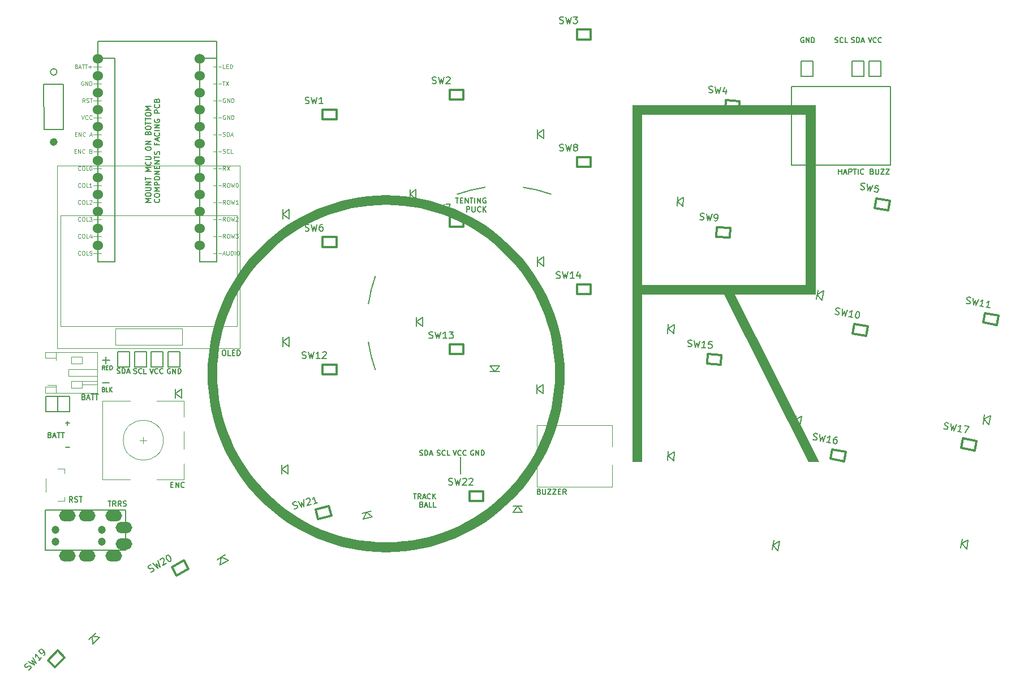
<source format=gto>
G04 #@! TF.GenerationSoftware,KiCad,Pcbnew,(6.0.9)*
G04 #@! TF.CreationDate,2022-12-21T13:42:31-08:00*
G04 #@! TF.ProjectId,klor1_3,6b6c6f72-315f-4332-9e6b-696361645f70,v1.3.0*
G04 #@! TF.SameCoordinates,Original*
G04 #@! TF.FileFunction,Legend,Top*
G04 #@! TF.FilePolarity,Positive*
%FSLAX46Y46*%
G04 Gerber Fmt 4.6, Leading zero omitted, Abs format (unit mm)*
G04 Created by KiCad (PCBNEW (6.0.9)) date 2022-12-21 13:42:31*
%MOMM*%
%LPD*%
G01*
G04 APERTURE LIST*
%ADD10C,0.150000*%
%ADD11C,0.000000*%
%ADD12C,0.569974*%
%ADD13C,0.127000*%
%ADD14C,0.100000*%
%ADD15C,0.300000*%
%ADD16C,0.120000*%
%ADD17C,0.200000*%
%ADD18C,1.200000*%
%ADD19O,2.500000X1.700000*%
%ADD20C,1.524000*%
G04 APERTURE END LIST*
D10*
X207728964Y-69120181D02*
X192953965Y-69120181D01*
X192953965Y-57345181D01*
X207728964Y-57345181D01*
X207728964Y-69120181D01*
D11*
G36*
X196543502Y-60135206D02*
G01*
X196543502Y-88544278D01*
X184474061Y-88544278D01*
X197072876Y-113600736D01*
X195449494Y-113600736D01*
X182850693Y-88544279D01*
X170569497Y-88544279D01*
X170569497Y-113600737D01*
X169122575Y-113600736D01*
X169122575Y-61582129D01*
X170569489Y-61582129D01*
X170569490Y-87062070D01*
X195096588Y-87062069D01*
X195096588Y-61582127D01*
X170569489Y-61582129D01*
X169122575Y-61582129D01*
X169122575Y-60135207D01*
X196543502Y-60135206D01*
G37*
D10*
X84913964Y-111370181D02*
X84328964Y-111370180D01*
D11*
G36*
X105702215Y-97641503D02*
G01*
X105872598Y-96307042D01*
X106108189Y-94993601D01*
X106407287Y-93702881D01*
X106768194Y-92436580D01*
X107189209Y-91196398D01*
X107668635Y-89984035D01*
X108204770Y-88801189D01*
X108795915Y-87649562D01*
X109440372Y-86530852D01*
X110136439Y-85446757D01*
X110882420Y-84398979D01*
X111676612Y-83389217D01*
X112517316Y-82419170D01*
X113402836Y-81490536D01*
X114331470Y-80605017D01*
X115301519Y-79764312D01*
X116311279Y-78970120D01*
X117359058Y-78224140D01*
X118443151Y-77528072D01*
X119561863Y-76883616D01*
X120713490Y-76292471D01*
X121896335Y-75756336D01*
X123108699Y-75276911D01*
X124348881Y-74855895D01*
X125615182Y-74494987D01*
X126905903Y-74195890D01*
X128219344Y-73960299D01*
X129553805Y-73789918D01*
X130907588Y-73686440D01*
X132278991Y-73651571D01*
X132278992Y-73651577D01*
X133650397Y-73686447D01*
X135004180Y-73789924D01*
X136338642Y-73960307D01*
X137652084Y-74195897D01*
X138942806Y-74494996D01*
X140209108Y-74855902D01*
X141449290Y-75276918D01*
X142661653Y-75756343D01*
X143844500Y-76292478D01*
X144996128Y-76883624D01*
X146114838Y-77528080D01*
X147198933Y-78224148D01*
X148246711Y-78970127D01*
X149256473Y-79764320D01*
X150226521Y-80605026D01*
X151155154Y-81490545D01*
X152040673Y-82419177D01*
X152881378Y-83389225D01*
X153675570Y-84398986D01*
X154421550Y-85446765D01*
X155117617Y-86530859D01*
X155762074Y-87649570D01*
X156353220Y-88801196D01*
X156889354Y-89984043D01*
X157368778Y-91196407D01*
X157789794Y-92436587D01*
X158150701Y-93702888D01*
X158449800Y-94993608D01*
X158685390Y-96307049D01*
X158855772Y-97641511D01*
X158959250Y-98995293D01*
X158994118Y-100366697D01*
X158959248Y-101738102D01*
X158855772Y-103091885D01*
X158685390Y-104426348D01*
X158449799Y-105739790D01*
X158150701Y-107030511D01*
X157789794Y-108296813D01*
X157368778Y-109536996D01*
X156889354Y-110749360D01*
X156353220Y-111932205D01*
X155762073Y-113083834D01*
X155117618Y-114202545D01*
X154421550Y-115286640D01*
X153675570Y-116334418D01*
X152881377Y-117344180D01*
X152040673Y-118314228D01*
X151155153Y-119242862D01*
X150226520Y-120128381D01*
X149256473Y-120969087D01*
X148246711Y-121763280D01*
X147198932Y-122509260D01*
X146114838Y-123205328D01*
X144996127Y-123849784D01*
X143844499Y-124440930D01*
X142661654Y-124977065D01*
X141449289Y-125456490D01*
X140209108Y-125877505D01*
X138942805Y-126238413D01*
X137652084Y-126537510D01*
X136338643Y-126773102D01*
X135004180Y-126943485D01*
X133650397Y-127046961D01*
X132278992Y-127081830D01*
X130907588Y-127046960D01*
X129553805Y-126943483D01*
X128219343Y-126773101D01*
X126905901Y-126537512D01*
X125615180Y-126238412D01*
X124348880Y-125877505D01*
X123108698Y-125456489D01*
X121896333Y-124977063D01*
X120713489Y-124440926D01*
X119561860Y-123849780D01*
X118443150Y-123205323D01*
X117359056Y-122509255D01*
X116311278Y-121763275D01*
X115301515Y-120969080D01*
X114331469Y-120128374D01*
X113402836Y-119242855D01*
X112517316Y-118314223D01*
X111676611Y-117344173D01*
X110882418Y-116334410D01*
X110136438Y-115286631D01*
X109440370Y-114202535D01*
X108795914Y-113083826D01*
X108204770Y-111932196D01*
X107668634Y-110749349D01*
X107189209Y-109536985D01*
X106768194Y-108296804D01*
X106407286Y-107030502D01*
X106108188Y-105739780D01*
X105872598Y-104426338D01*
X105702216Y-103091877D01*
X105598740Y-101738093D01*
X105563869Y-100366689D01*
X105564768Y-100331396D01*
X105564768Y-100331395D01*
X107010792Y-100331395D01*
X107043714Y-101630339D01*
X107141417Y-102912388D01*
X107302306Y-104175939D01*
X107524783Y-105419401D01*
X107807253Y-106641177D01*
X108148118Y-107839672D01*
X108545784Y-109013288D01*
X108998656Y-110160429D01*
X109505134Y-111279499D01*
X110063626Y-112368902D01*
X110672533Y-113427043D01*
X111330261Y-114452324D01*
X112035211Y-115443151D01*
X112785790Y-116397927D01*
X113580400Y-117315055D01*
X114417446Y-118192940D01*
X115295331Y-119029985D01*
X116212460Y-119824596D01*
X117167234Y-120575174D01*
X118158061Y-121280125D01*
X119183343Y-121937851D01*
X120241485Y-122546758D01*
X121330888Y-123105251D01*
X122449958Y-123611728D01*
X123597100Y-124064598D01*
X124770714Y-124462264D01*
X125969208Y-124803132D01*
X127190985Y-125085601D01*
X128434448Y-125308079D01*
X129698001Y-125468965D01*
X130980048Y-125566668D01*
X132278991Y-125599592D01*
X133574834Y-125566669D01*
X134854168Y-125468967D01*
X136115386Y-125308078D01*
X137356867Y-125085601D01*
X138577000Y-124803132D01*
X139774166Y-124462264D01*
X140946752Y-124064599D01*
X142093139Y-123611727D01*
X143211716Y-123105250D01*
X144300864Y-122546758D01*
X145358971Y-121937851D01*
X146384417Y-121280125D01*
X147375590Y-120575174D01*
X148330874Y-119824596D01*
X149248650Y-119029986D01*
X150127308Y-118192940D01*
X150965230Y-117315055D01*
X151760801Y-116397927D01*
X152512403Y-115443151D01*
X153218422Y-114452324D01*
X153877244Y-113427043D01*
X154487255Y-112368902D01*
X155046834Y-111279499D01*
X155554369Y-110160429D01*
X156008245Y-109013288D01*
X156406844Y-107839671D01*
X156748555Y-106641179D01*
X157031758Y-105419402D01*
X157254838Y-104175940D01*
X157416182Y-102912386D01*
X157514172Y-101630340D01*
X157547195Y-100331396D01*
X157514273Y-99032450D01*
X157416570Y-97750405D01*
X157255681Y-96486852D01*
X157033205Y-95243390D01*
X156750735Y-94021614D01*
X156409868Y-92823121D01*
X156012202Y-91649507D01*
X155559332Y-90502366D01*
X155052853Y-89383295D01*
X154494360Y-88293892D01*
X153885454Y-87235752D01*
X153227726Y-86210470D01*
X152522776Y-85219643D01*
X151772196Y-84264867D01*
X150977586Y-83347739D01*
X150140540Y-82469854D01*
X149262654Y-81632808D01*
X148345527Y-80838198D01*
X147390751Y-80087619D01*
X146399923Y-79382668D01*
X145374642Y-78724940D01*
X144316500Y-78116034D01*
X143227097Y-77557543D01*
X142108027Y-77051064D01*
X140960885Y-76598193D01*
X139787270Y-76200526D01*
X138588776Y-75859660D01*
X137366999Y-75577191D01*
X136123537Y-75354714D01*
X134859983Y-75193826D01*
X133577936Y-75096121D01*
X132278991Y-75063199D01*
X130980048Y-75096122D01*
X129698000Y-75193825D01*
X128434448Y-75354714D01*
X127190986Y-75577191D01*
X125969210Y-75859660D01*
X124770715Y-76200526D01*
X123597100Y-76598193D01*
X122449958Y-77051064D01*
X121330888Y-77557543D01*
X120241484Y-78116034D01*
X119183343Y-78724941D01*
X118158061Y-79382668D01*
X117167235Y-80087619D01*
X116212459Y-80838198D01*
X115295330Y-81632808D01*
X114417446Y-82469854D01*
X113580399Y-83347739D01*
X112785789Y-84264867D01*
X112035210Y-85219643D01*
X111330261Y-86210470D01*
X110672532Y-87235751D01*
X110063625Y-88293891D01*
X109505135Y-89383296D01*
X108998655Y-90502365D01*
X108545785Y-91649507D01*
X108148118Y-92823121D01*
X107807252Y-94021614D01*
X107524782Y-95243392D01*
X107302306Y-96486852D01*
X107141417Y-97750405D01*
X107043714Y-99032451D01*
X107010792Y-100331395D01*
X105564768Y-100331395D01*
X105598740Y-98995285D01*
X105702215Y-97641503D01*
G37*
D10*
X84612965Y-107453681D02*
X84612965Y-108038681D01*
D12*
X82813952Y-65670181D02*
G75*
G03*
X82813952Y-65670181I-284987J0D01*
G01*
D10*
X84903964Y-107745181D02*
X84318964Y-107745180D01*
X90890964Y-98368181D02*
X89821964Y-98368180D01*
D13*
X143396964Y-115367181D02*
X143396964Y-112810181D01*
D10*
X83023939Y-55170180D02*
G75*
G03*
X83023939Y-55170180I-494975J0D01*
G01*
X90855964Y-101722181D02*
X89786966Y-101722181D01*
X90344965Y-97817181D02*
X90344964Y-98886181D01*
D14*
X85746250Y-64491323D02*
X85946250Y-64491323D01*
X86031965Y-64805609D02*
X85746250Y-64805609D01*
X85746250Y-64205609D01*
X86031965Y-64205609D01*
X86289107Y-64805609D02*
X86289107Y-64205609D01*
X86631965Y-64805609D01*
X86631965Y-64205609D01*
X87260536Y-64748466D02*
X87231965Y-64777038D01*
X87146250Y-64805609D01*
X87089107Y-64805609D01*
X87003393Y-64777038D01*
X86946250Y-64719895D01*
X86917679Y-64662752D01*
X86889107Y-64548466D01*
X86889107Y-64462752D01*
X86917679Y-64348466D01*
X86946250Y-64291323D01*
X87003393Y-64234181D01*
X87089107Y-64205609D01*
X87146250Y-64205609D01*
X87231965Y-64234181D01*
X87260536Y-64262752D01*
X87946250Y-64634181D02*
X88231965Y-64634181D01*
X87889107Y-64805609D02*
X88089107Y-64205609D01*
X88289107Y-64805609D01*
X88489107Y-64577038D02*
X88946250Y-64577038D01*
X89231965Y-64577038D02*
X89689107Y-64577038D01*
D13*
X137323307Y-112557608D02*
X137432164Y-112593894D01*
X137613593Y-112593894D01*
X137686164Y-112557608D01*
X137722450Y-112521322D01*
X137758735Y-112448751D01*
X137758735Y-112376180D01*
X137722450Y-112303608D01*
X137686164Y-112267322D01*
X137613593Y-112231037D01*
X137468450Y-112194751D01*
X137395878Y-112158465D01*
X137359593Y-112122180D01*
X137323307Y-112049608D01*
X137323307Y-111977037D01*
X137359593Y-111904465D01*
X137395878Y-111868180D01*
X137468450Y-111831894D01*
X137649878Y-111831894D01*
X137758735Y-111868180D01*
X138085307Y-112593894D02*
X138085307Y-111831894D01*
X138266735Y-111831894D01*
X138375593Y-111868180D01*
X138448164Y-111940751D01*
X138484450Y-112013322D01*
X138520735Y-112158465D01*
X138520735Y-112267322D01*
X138484450Y-112412465D01*
X138448164Y-112485037D01*
X138375593Y-112557608D01*
X138266735Y-112593894D01*
X138085307Y-112593894D01*
X138811021Y-112376180D02*
X139173878Y-112376180D01*
X138738450Y-112593894D02*
X138992450Y-111831894D01*
X139246450Y-112593894D01*
D14*
X106404822Y-82347038D02*
X106861965Y-82347038D01*
X107147679Y-82347038D02*
X107604822Y-82347038D01*
X107861965Y-82404181D02*
X108147679Y-82404181D01*
X107804822Y-82575609D02*
X108004822Y-81975609D01*
X108204822Y-82575609D01*
X108404822Y-81975609D02*
X108404822Y-82461323D01*
X108433393Y-82518466D01*
X108461965Y-82547038D01*
X108519107Y-82575609D01*
X108633393Y-82575609D01*
X108690536Y-82547038D01*
X108719107Y-82518466D01*
X108747679Y-82461323D01*
X108747679Y-81975609D01*
X109033393Y-82575609D02*
X109033393Y-81975609D01*
X109176250Y-81975609D01*
X109261965Y-82004181D01*
X109319107Y-82061323D01*
X109347679Y-82118466D01*
X109376250Y-82232752D01*
X109376250Y-82318466D01*
X109347679Y-82432752D01*
X109319107Y-82489895D01*
X109261965Y-82547038D01*
X109176250Y-82575609D01*
X109033393Y-82575609D01*
X109633393Y-82575609D02*
X109633393Y-81975609D01*
X110033393Y-81975609D02*
X110147679Y-81975609D01*
X110204822Y-82004181D01*
X110261965Y-82061323D01*
X110290536Y-82175609D01*
X110290536Y-82375609D01*
X110261965Y-82489895D01*
X110204822Y-82547038D01*
X110147679Y-82575609D01*
X110033393Y-82575609D01*
X109976250Y-82547038D01*
X109919107Y-82489895D01*
X109890536Y-82375609D01*
X109890536Y-82175609D01*
X109919107Y-82061323D01*
X109976250Y-82004181D01*
X110033393Y-81975609D01*
X106404822Y-77267038D02*
X106861965Y-77267038D01*
X107147679Y-77267038D02*
X107604822Y-77267038D01*
X108233393Y-77495609D02*
X108033393Y-77209895D01*
X107890536Y-77495609D02*
X107890536Y-76895609D01*
X108119107Y-76895609D01*
X108176250Y-76924181D01*
X108204822Y-76952752D01*
X108233393Y-77009895D01*
X108233393Y-77095609D01*
X108204822Y-77152752D01*
X108176250Y-77181323D01*
X108119107Y-77209895D01*
X107890536Y-77209895D01*
X108604822Y-76895609D02*
X108719107Y-76895609D01*
X108776250Y-76924181D01*
X108833393Y-76981323D01*
X108861965Y-77095609D01*
X108861965Y-77295609D01*
X108833393Y-77409895D01*
X108776250Y-77467038D01*
X108719107Y-77495609D01*
X108604822Y-77495609D01*
X108547679Y-77467038D01*
X108490536Y-77409895D01*
X108461965Y-77295609D01*
X108461965Y-77095609D01*
X108490536Y-76981323D01*
X108547679Y-76924181D01*
X108604822Y-76895609D01*
X109061965Y-76895609D02*
X109204822Y-77495609D01*
X109319107Y-77067038D01*
X109433393Y-77495609D01*
X109576250Y-76895609D01*
X109776250Y-76952752D02*
X109804822Y-76924181D01*
X109861965Y-76895609D01*
X110004822Y-76895609D01*
X110061965Y-76924181D01*
X110090536Y-76952752D01*
X110119107Y-77009895D01*
X110119107Y-77067038D01*
X110090536Y-77152752D01*
X109747679Y-77495609D01*
X110119107Y-77495609D01*
D13*
X99972680Y-99605181D02*
X99900109Y-99568895D01*
X99791252Y-99568895D01*
X99682394Y-99605181D01*
X99609823Y-99677752D01*
X99573537Y-99750323D01*
X99537252Y-99895466D01*
X99537252Y-100004323D01*
X99573537Y-100149466D01*
X99609823Y-100222038D01*
X99682394Y-100294609D01*
X99791252Y-100330895D01*
X99863823Y-100330895D01*
X99972680Y-100294609D01*
X100008966Y-100258323D01*
X100008966Y-100004323D01*
X99863823Y-100004323D01*
X100335537Y-100330895D02*
X100335537Y-99568895D01*
X100770966Y-100330895D01*
X100770966Y-99568895D01*
X101133823Y-100330895D02*
X101133823Y-99568895D01*
X101315252Y-99568895D01*
X101424109Y-99605181D01*
X101496680Y-99677752D01*
X101532966Y-99750323D01*
X101569252Y-99895466D01*
X101569252Y-100004323D01*
X101532966Y-100149466D01*
X101496680Y-100222038D01*
X101424109Y-100294609D01*
X101315252Y-100330895D01*
X101133823Y-100330895D01*
D10*
X107942060Y-96832085D02*
X108094441Y-96832085D01*
X108170631Y-96870181D01*
X108246822Y-96946371D01*
X108284917Y-97098752D01*
X108284917Y-97365419D01*
X108246822Y-97517800D01*
X108170631Y-97593990D01*
X108094441Y-97632085D01*
X107942060Y-97632085D01*
X107865869Y-97593990D01*
X107789679Y-97517800D01*
X107751584Y-97365419D01*
X107751584Y-97098752D01*
X107789679Y-96946371D01*
X107865869Y-96870181D01*
X107942060Y-96832085D01*
X109008726Y-97632085D02*
X108627774Y-97632085D01*
X108627774Y-96832085D01*
X109275393Y-97213038D02*
X109542060Y-97213038D01*
X109656345Y-97632085D02*
X109275393Y-97632085D01*
X109275393Y-96832085D01*
X109656345Y-96832085D01*
X109999203Y-97632085D02*
X109999203Y-96832085D01*
X110189679Y-96832085D01*
X110303965Y-96870181D01*
X110380155Y-96946371D01*
X110418250Y-97022561D01*
X110456345Y-97174942D01*
X110456345Y-97289228D01*
X110418250Y-97441609D01*
X110380155Y-97517800D01*
X110303965Y-97593990D01*
X110189679Y-97632085D01*
X109999203Y-97632085D01*
D13*
X142287304Y-111831894D02*
X142541304Y-112593894D01*
X142795304Y-111831894D01*
X143484732Y-112521322D02*
X143448446Y-112557608D01*
X143339589Y-112593894D01*
X143267018Y-112593894D01*
X143158161Y-112557608D01*
X143085589Y-112485037D01*
X143049304Y-112412465D01*
X143013018Y-112267322D01*
X143013018Y-112158465D01*
X143049304Y-112013322D01*
X143085589Y-111940751D01*
X143158161Y-111868180D01*
X143267018Y-111831894D01*
X143339589Y-111831894D01*
X143448446Y-111868180D01*
X143484732Y-111904465D01*
X144246732Y-112521322D02*
X144210446Y-112557608D01*
X144101589Y-112593894D01*
X144029018Y-112593894D01*
X143920161Y-112557608D01*
X143847589Y-112485037D01*
X143811304Y-112412465D01*
X143775018Y-112267322D01*
X143775018Y-112158465D01*
X143811304Y-112013322D01*
X143847589Y-111940751D01*
X143920161Y-111868180D01*
X144029018Y-111831894D01*
X144101589Y-111831894D01*
X144210446Y-111868180D01*
X144246732Y-111904465D01*
D10*
X87033726Y-103838037D02*
X87148012Y-103876132D01*
X87186107Y-103914227D01*
X87224203Y-103990418D01*
X87224203Y-104104703D01*
X87186107Y-104180894D01*
X87148012Y-104218989D01*
X87071822Y-104257084D01*
X86767060Y-104257084D01*
X86767060Y-103457084D01*
X87033726Y-103457084D01*
X87109917Y-103495180D01*
X87148012Y-103533275D01*
X87186107Y-103609465D01*
X87186107Y-103685656D01*
X87148012Y-103761846D01*
X87109917Y-103799941D01*
X87033726Y-103838037D01*
X86767060Y-103838037D01*
X87528965Y-104028513D02*
X87909917Y-104028513D01*
X87452774Y-104257084D02*
X87719441Y-103457084D01*
X87986107Y-104257084D01*
X88138488Y-103457084D02*
X88595631Y-103457084D01*
X88367060Y-104257084D02*
X88367060Y-103457084D01*
X88748012Y-103457084D02*
X89205155Y-103457084D01*
X88976584Y-104257084D02*
X88976584Y-103457084D01*
D13*
X199460536Y-50728609D02*
X199569393Y-50764895D01*
X199750821Y-50764895D01*
X199823393Y-50728609D01*
X199859679Y-50692323D01*
X199895964Y-50619752D01*
X199895964Y-50547181D01*
X199859679Y-50474609D01*
X199823393Y-50438323D01*
X199750821Y-50402038D01*
X199605679Y-50365752D01*
X199533107Y-50329466D01*
X199496821Y-50293181D01*
X199460536Y-50220609D01*
X199460536Y-50148038D01*
X199496821Y-50075466D01*
X199533107Y-50039181D01*
X199605679Y-50002895D01*
X199787107Y-50002895D01*
X199895964Y-50039181D01*
X200657964Y-50692323D02*
X200621679Y-50728609D01*
X200512821Y-50764895D01*
X200440250Y-50764895D01*
X200331393Y-50728609D01*
X200258821Y-50656038D01*
X200222536Y-50583466D01*
X200186250Y-50438323D01*
X200186250Y-50329466D01*
X200222536Y-50184323D01*
X200258821Y-50111752D01*
X200331393Y-50039181D01*
X200440250Y-50002895D01*
X200512821Y-50002895D01*
X200621679Y-50039181D01*
X200657964Y-50075466D01*
X201347393Y-50764895D02*
X200984536Y-50764895D01*
X200984536Y-50002895D01*
D14*
X86689106Y-61665610D02*
X86889106Y-62265610D01*
X87089106Y-61665610D01*
X87631964Y-62208467D02*
X87603392Y-62237039D01*
X87517678Y-62265610D01*
X87460535Y-62265610D01*
X87374821Y-62237039D01*
X87317678Y-62179896D01*
X87289106Y-62122753D01*
X87260535Y-62008467D01*
X87260535Y-61922753D01*
X87289106Y-61808467D01*
X87317678Y-61751324D01*
X87374821Y-61694182D01*
X87460535Y-61665610D01*
X87517678Y-61665610D01*
X87603392Y-61694182D01*
X87631964Y-61722753D01*
X88231964Y-62208467D02*
X88203392Y-62237039D01*
X88117678Y-62265610D01*
X88060535Y-62265610D01*
X87974821Y-62237039D01*
X87917678Y-62179896D01*
X87889106Y-62122753D01*
X87860535Y-62008467D01*
X87860535Y-61922753D01*
X87889106Y-61808467D01*
X87917678Y-61751324D01*
X87974821Y-61694182D01*
X88060535Y-61665610D01*
X88117678Y-61665610D01*
X88203392Y-61694182D01*
X88231964Y-61722753D01*
X88489106Y-62037039D02*
X88946249Y-62037039D01*
X89231964Y-62037039D02*
X89689106Y-62037039D01*
D10*
X90019322Y-102727323D02*
X90105036Y-102755895D01*
X90133607Y-102784466D01*
X90162179Y-102841609D01*
X90162179Y-102927323D01*
X90133607Y-102984466D01*
X90105036Y-103013038D01*
X90047893Y-103041609D01*
X89819322Y-103041609D01*
X89819322Y-102441609D01*
X90019322Y-102441609D01*
X90076465Y-102470181D01*
X90105036Y-102498752D01*
X90133607Y-102555895D01*
X90133607Y-102613038D01*
X90105036Y-102670181D01*
X90076465Y-102698752D01*
X90019322Y-102727323D01*
X89819322Y-102727323D01*
X90705036Y-103041609D02*
X90419322Y-103041609D01*
X90419322Y-102441609D01*
X90905036Y-103041609D02*
X90905036Y-102441609D01*
X91247893Y-103041609D02*
X90990750Y-102698752D01*
X91247893Y-102441609D02*
X90905036Y-102784466D01*
D14*
X106404822Y-54407038D02*
X106861965Y-54407038D01*
X107147679Y-54407038D02*
X107604822Y-54407038D01*
X108176250Y-54635609D02*
X107890536Y-54635609D01*
X107890536Y-54035609D01*
X108376250Y-54321323D02*
X108576250Y-54321323D01*
X108661965Y-54635609D02*
X108376250Y-54635609D01*
X108376250Y-54035609D01*
X108661965Y-54035609D01*
X108919107Y-54635609D02*
X108919107Y-54035609D01*
X109061965Y-54035609D01*
X109147679Y-54064181D01*
X109204822Y-54121323D01*
X109233393Y-54178466D01*
X109261965Y-54292752D01*
X109261965Y-54378466D01*
X109233393Y-54492752D01*
X109204822Y-54549895D01*
X109147679Y-54607038D01*
X109061965Y-54635609D01*
X108919107Y-54635609D01*
D13*
X194773392Y-50039180D02*
X194700821Y-50002894D01*
X194591964Y-50002894D01*
X194483106Y-50039180D01*
X194410535Y-50111751D01*
X194374249Y-50184322D01*
X194337964Y-50329465D01*
X194337964Y-50438322D01*
X194374249Y-50583465D01*
X194410535Y-50656037D01*
X194483106Y-50728608D01*
X194591964Y-50764894D01*
X194664535Y-50764894D01*
X194773392Y-50728608D01*
X194809678Y-50692322D01*
X194809678Y-50438322D01*
X194664535Y-50438322D01*
X195136249Y-50764894D02*
X195136249Y-50002894D01*
X195571678Y-50764894D01*
X195571678Y-50002894D01*
X195934535Y-50764894D02*
X195934535Y-50002894D01*
X196115964Y-50002894D01*
X196224821Y-50039180D01*
X196297392Y-50111751D01*
X196333678Y-50184322D01*
X196369964Y-50329465D01*
X196369964Y-50438322D01*
X196333678Y-50583465D01*
X196297392Y-50656037D01*
X196224821Y-50728608D01*
X196115964Y-50764894D01*
X195934535Y-50764894D01*
D14*
X86546248Y-82528466D02*
X86517677Y-82557038D01*
X86431963Y-82585609D01*
X86374820Y-82585609D01*
X86289105Y-82557038D01*
X86231963Y-82499895D01*
X86203391Y-82442752D01*
X86174820Y-82328466D01*
X86174820Y-82242752D01*
X86203391Y-82128466D01*
X86231963Y-82071323D01*
X86289105Y-82014181D01*
X86374820Y-81985609D01*
X86431963Y-81985609D01*
X86517677Y-82014181D01*
X86546248Y-82042752D01*
X86917677Y-81985609D02*
X87031963Y-81985609D01*
X87089105Y-82014181D01*
X87146248Y-82071323D01*
X87174820Y-82185609D01*
X87174820Y-82385609D01*
X87146248Y-82499895D01*
X87089105Y-82557038D01*
X87031963Y-82585609D01*
X86917677Y-82585609D01*
X86860534Y-82557038D01*
X86803391Y-82499895D01*
X86774820Y-82385609D01*
X86774820Y-82185609D01*
X86803391Y-82071323D01*
X86860534Y-82014181D01*
X86917677Y-81985609D01*
X87717677Y-82585609D02*
X87431963Y-82585609D01*
X87431963Y-81985609D01*
X88203391Y-81985609D02*
X87917677Y-81985609D01*
X87889105Y-82271323D01*
X87917677Y-82242752D01*
X87974820Y-82214181D01*
X88117677Y-82214181D01*
X88174820Y-82242752D01*
X88203391Y-82271323D01*
X88231963Y-82328466D01*
X88231963Y-82471323D01*
X88203391Y-82528466D01*
X88174820Y-82557038D01*
X88117677Y-82585609D01*
X87974820Y-82585609D01*
X87917677Y-82557038D01*
X87889105Y-82528466D01*
X88489105Y-82357038D02*
X88946248Y-82357038D01*
X89231963Y-82357038D02*
X89689105Y-82357038D01*
D10*
X97096869Y-74682203D02*
X96296869Y-74682203D01*
X96868298Y-74415537D01*
X96296869Y-74148870D01*
X97096869Y-74148870D01*
X96296869Y-73615537D02*
X96296869Y-73463156D01*
X96334965Y-73386965D01*
X96411155Y-73310775D01*
X96563536Y-73272680D01*
X96830203Y-73272680D01*
X96982584Y-73310775D01*
X97058774Y-73386965D01*
X97096869Y-73463156D01*
X97096869Y-73615537D01*
X97058774Y-73691727D01*
X96982584Y-73767918D01*
X96830203Y-73806013D01*
X96563536Y-73806013D01*
X96411155Y-73767918D01*
X96334965Y-73691727D01*
X96296869Y-73615537D01*
X96296869Y-72929822D02*
X96944488Y-72929822D01*
X97020679Y-72891727D01*
X97058774Y-72853632D01*
X97096869Y-72777441D01*
X97096869Y-72625060D01*
X97058774Y-72548870D01*
X97020679Y-72510775D01*
X96944488Y-72472680D01*
X96296869Y-72472680D01*
X97096869Y-72091727D02*
X96296869Y-72091727D01*
X97096869Y-71634584D01*
X96296869Y-71634584D01*
X96296869Y-71367918D02*
X96296869Y-70910775D01*
X97096869Y-71139346D02*
X96296869Y-71139346D01*
X97096869Y-70034584D02*
X96296869Y-70034584D01*
X96868298Y-69767918D01*
X96296869Y-69501251D01*
X97096869Y-69501251D01*
X97020679Y-68663156D02*
X97058774Y-68701251D01*
X97096869Y-68815537D01*
X97096869Y-68891727D01*
X97058774Y-69006013D01*
X96982584Y-69082203D01*
X96906393Y-69120299D01*
X96754012Y-69158394D01*
X96639726Y-69158394D01*
X96487345Y-69120299D01*
X96411155Y-69082203D01*
X96334965Y-69006013D01*
X96296869Y-68891727D01*
X96296869Y-68815537D01*
X96334965Y-68701251D01*
X96373060Y-68663156D01*
X96296869Y-68320299D02*
X96944488Y-68320299D01*
X97020679Y-68282203D01*
X97058774Y-68244108D01*
X97096869Y-68167918D01*
X97096869Y-68015537D01*
X97058774Y-67939346D01*
X97020679Y-67901251D01*
X96944488Y-67863156D01*
X96296869Y-67863156D01*
X96296869Y-66720299D02*
X96296869Y-66567918D01*
X96334965Y-66491727D01*
X96411155Y-66415537D01*
X96563536Y-66377441D01*
X96830203Y-66377441D01*
X96982584Y-66415537D01*
X97058774Y-66491727D01*
X97096869Y-66567918D01*
X97096869Y-66720299D01*
X97058774Y-66796489D01*
X96982584Y-66872680D01*
X96830203Y-66910775D01*
X96563536Y-66910775D01*
X96411155Y-66872680D01*
X96334965Y-66796489D01*
X96296869Y-66720299D01*
X97096869Y-66034584D02*
X96296869Y-66034584D01*
X97096869Y-65577441D01*
X96296869Y-65577441D01*
X96677822Y-64320299D02*
X96715917Y-64206013D01*
X96754012Y-64167918D01*
X96830203Y-64129822D01*
X96944488Y-64129822D01*
X97020679Y-64167918D01*
X97058774Y-64206013D01*
X97096869Y-64282203D01*
X97096869Y-64586965D01*
X96296869Y-64586965D01*
X96296869Y-64320299D01*
X96334965Y-64244108D01*
X96373060Y-64206013D01*
X96449250Y-64167918D01*
X96525441Y-64167918D01*
X96601631Y-64206013D01*
X96639726Y-64244108D01*
X96677822Y-64320299D01*
X96677822Y-64586965D01*
X96296869Y-63634584D02*
X96296869Y-63482203D01*
X96334965Y-63406013D01*
X96411155Y-63329822D01*
X96563536Y-63291727D01*
X96830203Y-63291727D01*
X96982584Y-63329822D01*
X97058774Y-63406013D01*
X97096869Y-63482203D01*
X97096869Y-63634584D01*
X97058774Y-63710775D01*
X96982584Y-63786965D01*
X96830203Y-63825060D01*
X96563536Y-63825060D01*
X96411155Y-63786965D01*
X96334965Y-63710775D01*
X96296869Y-63634584D01*
X96296869Y-63063156D02*
X96296869Y-62606013D01*
X97096869Y-62834584D02*
X96296869Y-62834584D01*
X96296869Y-62453632D02*
X96296869Y-61996489D01*
X97096869Y-62225060D02*
X96296869Y-62225060D01*
X96296869Y-61577441D02*
X96296869Y-61425060D01*
X96334965Y-61348870D01*
X96411155Y-61272680D01*
X96563536Y-61234584D01*
X96830203Y-61234584D01*
X96982584Y-61272680D01*
X97058774Y-61348870D01*
X97096869Y-61425060D01*
X97096869Y-61577441D01*
X97058774Y-61653632D01*
X96982584Y-61729822D01*
X96830203Y-61767918D01*
X96563536Y-61767918D01*
X96411155Y-61729822D01*
X96334965Y-61653632D01*
X96296869Y-61577441D01*
X97096869Y-60891727D02*
X96296869Y-60891727D01*
X96868298Y-60625060D01*
X96296869Y-60358394D01*
X97096869Y-60358394D01*
X98308679Y-74225060D02*
X98346774Y-74263156D01*
X98384869Y-74377441D01*
X98384869Y-74453632D01*
X98346774Y-74567918D01*
X98270584Y-74644108D01*
X98194393Y-74682203D01*
X98042012Y-74720299D01*
X97927726Y-74720299D01*
X97775345Y-74682203D01*
X97699155Y-74644108D01*
X97622965Y-74567918D01*
X97584869Y-74453632D01*
X97584869Y-74377441D01*
X97622965Y-74263156D01*
X97661060Y-74225060D01*
X97584869Y-73729822D02*
X97584869Y-73577441D01*
X97622965Y-73501251D01*
X97699155Y-73425060D01*
X97851536Y-73386965D01*
X98118203Y-73386965D01*
X98270584Y-73425060D01*
X98346774Y-73501251D01*
X98384869Y-73577441D01*
X98384869Y-73729822D01*
X98346774Y-73806013D01*
X98270584Y-73882203D01*
X98118203Y-73920299D01*
X97851536Y-73920299D01*
X97699155Y-73882203D01*
X97622965Y-73806013D01*
X97584869Y-73729822D01*
X98384869Y-73044108D02*
X97584869Y-73044108D01*
X98156298Y-72777441D01*
X97584869Y-72510775D01*
X98384869Y-72510775D01*
X98384869Y-72129822D02*
X97584869Y-72129822D01*
X97584869Y-71825060D01*
X97622965Y-71748870D01*
X97661060Y-71710775D01*
X97737250Y-71672680D01*
X97851536Y-71672680D01*
X97927726Y-71710775D01*
X97965822Y-71748870D01*
X98003917Y-71825060D01*
X98003917Y-72129822D01*
X97584869Y-71177441D02*
X97584869Y-71025060D01*
X97622965Y-70948870D01*
X97699155Y-70872680D01*
X97851536Y-70834584D01*
X98118203Y-70834584D01*
X98270584Y-70872680D01*
X98346774Y-70948870D01*
X98384869Y-71025060D01*
X98384869Y-71177441D01*
X98346774Y-71253632D01*
X98270584Y-71329822D01*
X98118203Y-71367918D01*
X97851536Y-71367918D01*
X97699155Y-71329822D01*
X97622965Y-71253632D01*
X97584869Y-71177441D01*
X98384869Y-70491727D02*
X97584869Y-70491727D01*
X98384869Y-70034584D01*
X97584869Y-70034584D01*
X97965822Y-69653632D02*
X97965822Y-69386965D01*
X98384869Y-69272680D02*
X98384869Y-69653632D01*
X97584869Y-69653632D01*
X97584869Y-69272680D01*
X98384869Y-68929822D02*
X97584869Y-68929822D01*
X98384869Y-68472680D01*
X97584869Y-68472680D01*
X97584869Y-68206013D02*
X97584869Y-67748870D01*
X98384869Y-67977441D02*
X97584869Y-67977441D01*
X98346774Y-67520299D02*
X98384869Y-67406013D01*
X98384869Y-67215537D01*
X98346774Y-67139346D01*
X98308679Y-67101251D01*
X98232488Y-67063156D01*
X98156298Y-67063156D01*
X98080107Y-67101251D01*
X98042012Y-67139346D01*
X98003917Y-67215537D01*
X97965822Y-67367918D01*
X97927726Y-67444108D01*
X97889631Y-67482203D01*
X97813441Y-67520299D01*
X97737250Y-67520299D01*
X97661060Y-67482203D01*
X97622965Y-67444108D01*
X97584869Y-67367918D01*
X97584869Y-67177441D01*
X97622965Y-67063156D01*
X97965822Y-65844108D02*
X97965822Y-66110775D01*
X98384869Y-66110775D02*
X97584869Y-66110775D01*
X97584869Y-65729822D01*
X98156298Y-65463156D02*
X98156298Y-65082203D01*
X98384869Y-65539346D02*
X97584869Y-65272680D01*
X98384869Y-65006013D01*
X98308679Y-64282203D02*
X98346774Y-64320299D01*
X98384869Y-64434584D01*
X98384869Y-64510775D01*
X98346774Y-64625060D01*
X98270584Y-64701251D01*
X98194393Y-64739346D01*
X98042012Y-64777441D01*
X97927726Y-64777441D01*
X97775345Y-64739346D01*
X97699155Y-64701251D01*
X97622965Y-64625060D01*
X97584869Y-64510775D01*
X97584869Y-64434584D01*
X97622965Y-64320299D01*
X97661060Y-64282203D01*
X98384869Y-63939346D02*
X97584869Y-63939346D01*
X98384869Y-63558394D02*
X97584869Y-63558394D01*
X98384869Y-63101251D01*
X97584869Y-63101251D01*
X97622965Y-62301251D02*
X97584869Y-62377441D01*
X97584869Y-62491727D01*
X97622965Y-62606013D01*
X97699155Y-62682203D01*
X97775345Y-62720299D01*
X97927726Y-62758394D01*
X98042012Y-62758394D01*
X98194393Y-62720299D01*
X98270584Y-62682203D01*
X98346774Y-62606013D01*
X98384869Y-62491727D01*
X98384869Y-62415537D01*
X98346774Y-62301251D01*
X98308679Y-62263156D01*
X98042012Y-62263156D01*
X98042012Y-62415537D01*
X98384869Y-61310775D02*
X97584869Y-61310775D01*
X97584869Y-61006013D01*
X97622965Y-60929822D01*
X97661060Y-60891727D01*
X97737250Y-60853632D01*
X97851536Y-60853632D01*
X97927726Y-60891727D01*
X97965822Y-60929822D01*
X98003917Y-61006013D01*
X98003917Y-61310775D01*
X98308679Y-60053632D02*
X98346774Y-60091727D01*
X98384869Y-60206013D01*
X98384869Y-60282203D01*
X98346774Y-60396489D01*
X98270584Y-60472680D01*
X98194393Y-60510775D01*
X98042012Y-60548870D01*
X97927726Y-60548870D01*
X97775345Y-60510775D01*
X97699155Y-60472680D01*
X97622965Y-60396489D01*
X97584869Y-60282203D01*
X97584869Y-60206013D01*
X97622965Y-60091727D01*
X97661060Y-60053632D01*
X97965822Y-59444108D02*
X98003917Y-59329822D01*
X98042012Y-59291727D01*
X98118203Y-59253632D01*
X98232488Y-59253632D01*
X98308679Y-59291727D01*
X98346774Y-59329822D01*
X98384869Y-59406013D01*
X98384869Y-59710775D01*
X97584869Y-59710775D01*
X97584869Y-59444108D01*
X97622965Y-59367918D01*
X97661060Y-59329822D01*
X97737250Y-59291727D01*
X97813441Y-59291727D01*
X97889631Y-59329822D01*
X97927726Y-59367918D01*
X97965822Y-59444108D01*
X97965822Y-59710775D01*
D14*
X87203392Y-59725608D02*
X87003392Y-59439894D01*
X86860535Y-59725608D02*
X86860535Y-59125608D01*
X87089106Y-59125608D01*
X87146249Y-59154180D01*
X87174821Y-59182751D01*
X87203392Y-59239894D01*
X87203392Y-59325608D01*
X87174821Y-59382751D01*
X87146249Y-59411322D01*
X87089106Y-59439894D01*
X86860535Y-59439894D01*
X87431964Y-59697037D02*
X87517678Y-59725608D01*
X87660535Y-59725608D01*
X87717678Y-59697037D01*
X87746249Y-59668465D01*
X87774821Y-59611322D01*
X87774821Y-59554180D01*
X87746249Y-59497037D01*
X87717678Y-59468465D01*
X87660535Y-59439894D01*
X87546249Y-59411322D01*
X87489106Y-59382751D01*
X87460535Y-59354180D01*
X87431964Y-59297037D01*
X87431964Y-59239894D01*
X87460535Y-59182751D01*
X87489106Y-59154180D01*
X87546249Y-59125608D01*
X87689106Y-59125608D01*
X87774821Y-59154180D01*
X87946249Y-59125608D02*
X88289106Y-59125608D01*
X88117678Y-59725608D02*
X88117678Y-59125608D01*
X88489106Y-59497037D02*
X88946249Y-59497037D01*
X89231964Y-59497037D02*
X89689106Y-59497037D01*
X106404822Y-59487038D02*
X106861965Y-59487038D01*
X107147679Y-59487038D02*
X107604822Y-59487038D01*
X108204822Y-59144181D02*
X108147679Y-59115609D01*
X108061965Y-59115609D01*
X107976250Y-59144181D01*
X107919107Y-59201323D01*
X107890536Y-59258466D01*
X107861965Y-59372752D01*
X107861965Y-59458466D01*
X107890536Y-59572752D01*
X107919107Y-59629895D01*
X107976250Y-59687038D01*
X108061965Y-59715609D01*
X108119107Y-59715609D01*
X108204822Y-59687038D01*
X108233393Y-59658466D01*
X108233393Y-59458466D01*
X108119107Y-59458466D01*
X108490536Y-59715609D02*
X108490536Y-59115609D01*
X108833393Y-59715609D01*
X108833393Y-59115609D01*
X109119107Y-59715609D02*
X109119107Y-59115609D01*
X109261965Y-59115609D01*
X109347679Y-59144181D01*
X109404822Y-59201323D01*
X109433393Y-59258466D01*
X109461965Y-59372752D01*
X109461965Y-59458466D01*
X109433393Y-59572752D01*
X109404822Y-59629895D01*
X109347679Y-59687038D01*
X109261965Y-59715609D01*
X109119107Y-59715609D01*
X106404822Y-56947038D02*
X106861965Y-56947038D01*
X107147679Y-56947038D02*
X107604822Y-56947038D01*
X107804822Y-56575609D02*
X108147679Y-56575609D01*
X107976250Y-57175609D02*
X107976250Y-56575609D01*
X108290536Y-56575609D02*
X108690536Y-57175609D01*
X108690536Y-56575609D02*
X108290536Y-57175609D01*
D13*
X145368019Y-111868182D02*
X145295448Y-111831896D01*
X145186591Y-111831896D01*
X145077733Y-111868182D01*
X145005162Y-111940753D01*
X144968876Y-112013324D01*
X144932591Y-112158467D01*
X144932591Y-112267324D01*
X144968876Y-112412467D01*
X145005162Y-112485039D01*
X145077733Y-112557610D01*
X145186591Y-112593896D01*
X145259162Y-112593896D01*
X145368019Y-112557610D01*
X145404305Y-112521324D01*
X145404305Y-112267324D01*
X145259162Y-112267324D01*
X145730876Y-112593896D02*
X145730876Y-111831896D01*
X146166305Y-112593896D01*
X146166305Y-111831896D01*
X146529162Y-112593896D02*
X146529162Y-111831896D01*
X146710591Y-111831896D01*
X146819448Y-111868182D01*
X146892019Y-111940753D01*
X146928305Y-112013324D01*
X146964591Y-112158467D01*
X146964591Y-112267324D01*
X146928305Y-112412467D01*
X146892019Y-112485039D01*
X146819448Y-112557610D01*
X146710591Y-112593896D01*
X146529162Y-112593896D01*
D14*
X86974822Y-56614181D02*
X86917679Y-56585609D01*
X86831965Y-56585609D01*
X86746250Y-56614181D01*
X86689107Y-56671323D01*
X86660536Y-56728466D01*
X86631965Y-56842752D01*
X86631965Y-56928466D01*
X86660536Y-57042752D01*
X86689107Y-57099895D01*
X86746250Y-57157038D01*
X86831965Y-57185609D01*
X86889107Y-57185609D01*
X86974822Y-57157038D01*
X87003393Y-57128466D01*
X87003393Y-56928466D01*
X86889107Y-56928466D01*
X87260536Y-57185609D02*
X87260536Y-56585609D01*
X87603393Y-57185609D01*
X87603393Y-56585609D01*
X87889107Y-57185609D02*
X87889107Y-56585609D01*
X88031965Y-56585609D01*
X88117679Y-56614181D01*
X88174822Y-56671323D01*
X88203393Y-56728466D01*
X88231965Y-56842752D01*
X88231965Y-56928466D01*
X88203393Y-57042752D01*
X88174822Y-57099895D01*
X88117679Y-57157038D01*
X88031965Y-57185609D01*
X87889107Y-57185609D01*
X88489107Y-56957038D02*
X88946250Y-56957038D01*
X89231965Y-56957038D02*
X89689107Y-56957038D01*
D10*
X85365869Y-119557085D02*
X85099203Y-119176133D01*
X84908726Y-119557085D02*
X84908726Y-118757085D01*
X85213488Y-118757085D01*
X85289679Y-118795181D01*
X85327774Y-118833276D01*
X85365869Y-118909466D01*
X85365869Y-119023752D01*
X85327774Y-119099942D01*
X85289679Y-119138038D01*
X85213488Y-119176133D01*
X84908726Y-119176133D01*
X85670631Y-119518990D02*
X85784917Y-119557085D01*
X85975393Y-119557085D01*
X86051584Y-119518990D01*
X86089679Y-119480895D01*
X86127774Y-119404704D01*
X86127774Y-119328514D01*
X86089679Y-119252323D01*
X86051584Y-119214228D01*
X85975393Y-119176133D01*
X85823012Y-119138038D01*
X85746822Y-119099942D01*
X85708726Y-119061847D01*
X85670631Y-118985657D01*
X85670631Y-118909466D01*
X85708726Y-118833276D01*
X85746822Y-118795181D01*
X85823012Y-118757085D01*
X86013488Y-118757085D01*
X86127774Y-118795181D01*
X86356345Y-118757085D02*
X86813488Y-118757085D01*
X86584917Y-119557085D02*
X86584917Y-118757085D01*
X90162179Y-99741609D02*
X89962179Y-99455895D01*
X89819322Y-99741609D02*
X89819322Y-99141609D01*
X90047893Y-99141609D01*
X90105036Y-99170181D01*
X90133607Y-99198752D01*
X90162179Y-99255895D01*
X90162179Y-99341609D01*
X90133607Y-99398752D01*
X90105036Y-99427323D01*
X90047893Y-99455895D01*
X89819322Y-99455895D01*
X90419322Y-99427323D02*
X90619322Y-99427323D01*
X90705036Y-99741609D02*
X90419322Y-99741609D01*
X90419322Y-99141609D01*
X90705036Y-99141609D01*
X90962179Y-99741609D02*
X90962179Y-99141609D01*
X91105036Y-99141609D01*
X91190750Y-99170181D01*
X91247893Y-99227323D01*
X91276465Y-99284466D01*
X91305036Y-99398752D01*
X91305036Y-99484466D01*
X91276465Y-99598752D01*
X91247893Y-99655895D01*
X91190750Y-99713038D01*
X91105036Y-99741609D01*
X90962179Y-99741609D01*
D14*
X106404821Y-69647038D02*
X106861964Y-69647038D01*
X107147678Y-69647038D02*
X107604821Y-69647038D01*
X108233392Y-69875609D02*
X108033392Y-69589895D01*
X107890535Y-69875609D02*
X107890535Y-69275609D01*
X108119106Y-69275609D01*
X108176249Y-69304181D01*
X108204821Y-69332752D01*
X108233392Y-69389895D01*
X108233392Y-69475609D01*
X108204821Y-69532752D01*
X108176249Y-69561323D01*
X108119106Y-69589895D01*
X107890535Y-69589895D01*
X108433392Y-69275609D02*
X108833392Y-69875609D01*
X108833392Y-69275609D02*
X108433392Y-69875609D01*
X86546250Y-79988466D02*
X86517679Y-80017038D01*
X86431965Y-80045609D01*
X86374822Y-80045609D01*
X86289107Y-80017038D01*
X86231965Y-79959895D01*
X86203393Y-79902752D01*
X86174822Y-79788466D01*
X86174822Y-79702752D01*
X86203393Y-79588466D01*
X86231965Y-79531323D01*
X86289107Y-79474181D01*
X86374822Y-79445609D01*
X86431965Y-79445609D01*
X86517679Y-79474181D01*
X86546250Y-79502752D01*
X86917679Y-79445609D02*
X87031965Y-79445609D01*
X87089107Y-79474181D01*
X87146250Y-79531323D01*
X87174822Y-79645609D01*
X87174822Y-79845609D01*
X87146250Y-79959895D01*
X87089107Y-80017038D01*
X87031965Y-80045609D01*
X86917679Y-80045609D01*
X86860536Y-80017038D01*
X86803393Y-79959895D01*
X86774822Y-79845609D01*
X86774822Y-79645609D01*
X86803393Y-79531323D01*
X86860536Y-79474181D01*
X86917679Y-79445609D01*
X87717679Y-80045609D02*
X87431965Y-80045609D01*
X87431965Y-79445609D01*
X88174822Y-79645609D02*
X88174822Y-80045609D01*
X88031965Y-79417038D02*
X87889107Y-79845609D01*
X88260536Y-79845609D01*
X88489107Y-79817038D02*
X88946250Y-79817038D01*
X89231965Y-79817038D02*
X89689107Y-79817038D01*
X106404821Y-74727038D02*
X106861964Y-74727038D01*
X107147678Y-74727038D02*
X107604821Y-74727038D01*
X108233392Y-74955609D02*
X108033392Y-74669895D01*
X107890535Y-74955609D02*
X107890535Y-74355609D01*
X108119106Y-74355609D01*
X108176249Y-74384181D01*
X108204821Y-74412752D01*
X108233392Y-74469895D01*
X108233392Y-74555609D01*
X108204821Y-74612752D01*
X108176249Y-74641323D01*
X108119106Y-74669895D01*
X107890535Y-74669895D01*
X108604821Y-74355609D02*
X108719106Y-74355609D01*
X108776249Y-74384181D01*
X108833392Y-74441323D01*
X108861964Y-74555609D01*
X108861964Y-74755609D01*
X108833392Y-74869895D01*
X108776249Y-74927038D01*
X108719106Y-74955609D01*
X108604821Y-74955609D01*
X108547678Y-74927038D01*
X108490535Y-74869895D01*
X108461964Y-74755609D01*
X108461964Y-74555609D01*
X108490535Y-74441323D01*
X108547678Y-74384181D01*
X108604821Y-74355609D01*
X109061964Y-74355609D02*
X109204821Y-74955609D01*
X109319106Y-74527038D01*
X109433392Y-74955609D01*
X109576249Y-74355609D01*
X110119106Y-74955609D02*
X109776249Y-74955609D01*
X109947678Y-74955609D02*
X109947678Y-74355609D01*
X109890535Y-74441323D01*
X109833392Y-74498466D01*
X109776249Y-74527038D01*
D10*
X81958726Y-109513038D02*
X82073012Y-109551133D01*
X82111107Y-109589228D01*
X82149203Y-109665419D01*
X82149203Y-109779704D01*
X82111107Y-109855895D01*
X82073012Y-109893990D01*
X81996822Y-109932085D01*
X81692060Y-109932085D01*
X81692060Y-109132085D01*
X81958726Y-109132085D01*
X82034917Y-109170181D01*
X82073012Y-109208276D01*
X82111107Y-109284466D01*
X82111107Y-109360657D01*
X82073012Y-109436847D01*
X82034917Y-109474942D01*
X81958726Y-109513038D01*
X81692060Y-109513038D01*
X82453965Y-109703514D02*
X82834917Y-109703514D01*
X82377774Y-109932085D02*
X82644441Y-109132085D01*
X82911107Y-109932085D01*
X83063488Y-109132085D02*
X83520631Y-109132085D01*
X83292060Y-109932085D02*
X83292060Y-109132085D01*
X83673012Y-109132085D02*
X84130155Y-109132085D01*
X83901584Y-109932085D02*
X83901584Y-109132085D01*
X100063486Y-116963037D02*
X100330153Y-116963037D01*
X100444439Y-117382084D02*
X100063486Y-117382084D01*
X100063486Y-116582084D01*
X100444439Y-116582084D01*
X100787296Y-117382084D02*
X100787296Y-116582084D01*
X101244439Y-117382084D01*
X101244439Y-116582084D01*
X102082534Y-117305894D02*
X102044439Y-117343989D01*
X101930153Y-117382084D01*
X101853963Y-117382084D01*
X101739677Y-117343989D01*
X101663486Y-117267799D01*
X101625391Y-117191608D01*
X101587296Y-117039227D01*
X101587296Y-116924941D01*
X101625391Y-116772560D01*
X101663486Y-116696370D01*
X101739677Y-116620180D01*
X101853963Y-116582084D01*
X101930153Y-116582084D01*
X102044439Y-116620180D01*
X102082534Y-116658275D01*
D13*
X136367272Y-118331485D02*
X136802700Y-118331485D01*
X136584986Y-119093485D02*
X136584986Y-118331485D01*
X137492129Y-119093485D02*
X137238129Y-118730628D01*
X137056700Y-119093485D02*
X137056700Y-118331485D01*
X137346986Y-118331485D01*
X137419557Y-118367771D01*
X137455843Y-118404056D01*
X137492129Y-118476628D01*
X137492129Y-118585485D01*
X137455843Y-118658056D01*
X137419557Y-118694342D01*
X137346986Y-118730628D01*
X137056700Y-118730628D01*
X137782415Y-118875771D02*
X138145272Y-118875771D01*
X137709843Y-119093485D02*
X137963843Y-118331485D01*
X138217843Y-119093485D01*
X138907272Y-119020913D02*
X138870986Y-119057199D01*
X138762129Y-119093485D01*
X138689557Y-119093485D01*
X138580700Y-119057199D01*
X138508129Y-118984628D01*
X138471843Y-118912056D01*
X138435557Y-118766913D01*
X138435557Y-118658056D01*
X138471843Y-118512913D01*
X138508129Y-118440342D01*
X138580700Y-118367771D01*
X138689557Y-118331485D01*
X138762129Y-118331485D01*
X138870986Y-118367771D01*
X138907272Y-118404056D01*
X139233843Y-119093485D02*
X139233843Y-118331485D01*
X139669272Y-119093485D02*
X139342700Y-118658056D01*
X139669272Y-118331485D02*
X139233843Y-118766913D01*
X137600986Y-119921162D02*
X137709843Y-119957448D01*
X137746129Y-119993733D01*
X137782415Y-120066305D01*
X137782415Y-120175162D01*
X137746129Y-120247733D01*
X137709843Y-120284019D01*
X137637272Y-120320305D01*
X137346986Y-120320305D01*
X137346986Y-119558305D01*
X137600986Y-119558305D01*
X137673557Y-119594591D01*
X137709843Y-119630876D01*
X137746129Y-119703448D01*
X137746129Y-119776019D01*
X137709843Y-119848591D01*
X137673557Y-119884876D01*
X137600986Y-119921162D01*
X137346986Y-119921162D01*
X138072700Y-120102591D02*
X138435557Y-120102591D01*
X138000129Y-120320305D02*
X138254129Y-119558305D01*
X138508129Y-120320305D01*
X139124986Y-120320305D02*
X138762129Y-120320305D01*
X138762129Y-119558305D01*
X139741843Y-120320305D02*
X139378986Y-120320305D01*
X139378986Y-119558305D01*
D14*
X86546250Y-69828466D02*
X86517679Y-69857038D01*
X86431965Y-69885609D01*
X86374822Y-69885609D01*
X86289107Y-69857038D01*
X86231965Y-69799895D01*
X86203393Y-69742752D01*
X86174822Y-69628466D01*
X86174822Y-69542752D01*
X86203393Y-69428466D01*
X86231965Y-69371323D01*
X86289107Y-69314181D01*
X86374822Y-69285609D01*
X86431965Y-69285609D01*
X86517679Y-69314181D01*
X86546250Y-69342752D01*
X86917679Y-69285609D02*
X87031965Y-69285609D01*
X87089107Y-69314181D01*
X87146250Y-69371323D01*
X87174822Y-69485609D01*
X87174822Y-69685609D01*
X87146250Y-69799895D01*
X87089107Y-69857038D01*
X87031965Y-69885609D01*
X86917679Y-69885609D01*
X86860536Y-69857038D01*
X86803393Y-69799895D01*
X86774822Y-69685609D01*
X86774822Y-69485609D01*
X86803393Y-69371323D01*
X86860536Y-69314181D01*
X86917679Y-69285609D01*
X87717679Y-69885609D02*
X87431965Y-69885609D01*
X87431965Y-69285609D01*
X88031965Y-69285609D02*
X88089107Y-69285609D01*
X88146250Y-69314181D01*
X88174822Y-69342752D01*
X88203393Y-69399895D01*
X88231965Y-69514181D01*
X88231965Y-69657038D01*
X88203393Y-69771323D01*
X88174822Y-69828466D01*
X88146250Y-69857038D01*
X88089107Y-69885609D01*
X88031965Y-69885609D01*
X87974822Y-69857038D01*
X87946250Y-69828466D01*
X87917679Y-69771323D01*
X87889107Y-69657038D01*
X87889107Y-69514181D01*
X87917679Y-69399895D01*
X87946250Y-69342752D01*
X87974822Y-69314181D01*
X88031965Y-69285609D01*
X88489107Y-69657038D02*
X88946250Y-69657038D01*
X89231965Y-69657038D02*
X89689107Y-69657038D01*
D10*
X155158607Y-117988038D02*
X155272893Y-118026133D01*
X155310988Y-118064228D01*
X155349084Y-118140419D01*
X155349084Y-118254704D01*
X155310988Y-118330895D01*
X155272893Y-118368990D01*
X155196703Y-118407085D01*
X154891941Y-118407085D01*
X154891941Y-117607085D01*
X155158607Y-117607085D01*
X155234798Y-117645181D01*
X155272893Y-117683276D01*
X155310988Y-117759466D01*
X155310988Y-117835657D01*
X155272893Y-117911847D01*
X155234798Y-117949942D01*
X155158607Y-117988038D01*
X154891941Y-117988038D01*
X155691941Y-117607085D02*
X155691941Y-118254704D01*
X155730036Y-118330895D01*
X155768131Y-118368990D01*
X155844322Y-118407085D01*
X155996703Y-118407085D01*
X156072893Y-118368990D01*
X156110988Y-118330895D01*
X156149084Y-118254704D01*
X156149084Y-117607085D01*
X156453845Y-117607085D02*
X156987179Y-117607085D01*
X156453845Y-118407085D01*
X156987179Y-118407085D01*
X157215750Y-117607085D02*
X157749084Y-117607085D01*
X157215750Y-118407085D01*
X157749084Y-118407085D01*
X158053845Y-117988038D02*
X158320512Y-117988038D01*
X158434798Y-118407085D02*
X158053845Y-118407085D01*
X158053845Y-117607085D01*
X158434798Y-117607085D01*
X159234798Y-118407085D02*
X158968131Y-118026133D01*
X158777655Y-118407085D02*
X158777655Y-117607085D01*
X159082417Y-117607085D01*
X159158607Y-117645181D01*
X159196703Y-117683276D01*
X159234798Y-117759466D01*
X159234798Y-117873752D01*
X159196703Y-117949942D01*
X159158607Y-117988038D01*
X159082417Y-118026133D01*
X158777655Y-118026133D01*
D13*
X204437966Y-50002895D02*
X204691966Y-50764895D01*
X204945966Y-50002895D01*
X205635394Y-50692323D02*
X205599108Y-50728609D01*
X205490251Y-50764895D01*
X205417680Y-50764895D01*
X205308823Y-50728609D01*
X205236251Y-50656038D01*
X205199966Y-50583466D01*
X205163680Y-50438323D01*
X205163680Y-50329466D01*
X205199966Y-50184323D01*
X205236251Y-50111752D01*
X205308823Y-50039181D01*
X205417680Y-50002895D01*
X205490251Y-50002895D01*
X205599108Y-50039181D01*
X205635394Y-50075466D01*
X206397394Y-50692323D02*
X206361108Y-50728609D01*
X206252251Y-50764895D01*
X206179680Y-50764895D01*
X206070823Y-50728609D01*
X205998251Y-50656038D01*
X205961966Y-50583466D01*
X205925680Y-50438323D01*
X205925680Y-50329466D01*
X205961966Y-50184323D01*
X205998251Y-50111752D01*
X206070823Y-50039181D01*
X206179680Y-50002895D01*
X206252251Y-50002895D01*
X206361108Y-50039181D01*
X206397394Y-50075466D01*
D14*
X86546250Y-77448465D02*
X86517679Y-77477037D01*
X86431965Y-77505608D01*
X86374822Y-77505608D01*
X86289107Y-77477037D01*
X86231965Y-77419894D01*
X86203393Y-77362751D01*
X86174822Y-77248465D01*
X86174822Y-77162751D01*
X86203393Y-77048465D01*
X86231965Y-76991322D01*
X86289107Y-76934180D01*
X86374822Y-76905608D01*
X86431965Y-76905608D01*
X86517679Y-76934180D01*
X86546250Y-76962751D01*
X86917679Y-76905608D02*
X87031965Y-76905608D01*
X87089107Y-76934180D01*
X87146250Y-76991322D01*
X87174822Y-77105608D01*
X87174822Y-77305608D01*
X87146250Y-77419894D01*
X87089107Y-77477037D01*
X87031965Y-77505608D01*
X86917679Y-77505608D01*
X86860536Y-77477037D01*
X86803393Y-77419894D01*
X86774822Y-77305608D01*
X86774822Y-77105608D01*
X86803393Y-76991322D01*
X86860536Y-76934180D01*
X86917679Y-76905608D01*
X87717679Y-77505608D02*
X87431965Y-77505608D01*
X87431965Y-76905608D01*
X87860536Y-76905608D02*
X88231965Y-76905608D01*
X88031965Y-77134180D01*
X88117679Y-77134180D01*
X88174822Y-77162751D01*
X88203393Y-77191322D01*
X88231965Y-77248465D01*
X88231965Y-77391322D01*
X88203393Y-77448465D01*
X88174822Y-77477037D01*
X88117679Y-77505608D01*
X87946250Y-77505608D01*
X87889107Y-77477037D01*
X87860536Y-77448465D01*
X88489107Y-77277037D02*
X88946250Y-77277037D01*
X89231965Y-77277037D02*
X89689107Y-77277037D01*
X85660536Y-67031322D02*
X85860536Y-67031322D01*
X85946250Y-67345608D02*
X85660536Y-67345608D01*
X85660536Y-66745608D01*
X85946250Y-66745608D01*
X86203393Y-67345608D02*
X86203393Y-66745608D01*
X86546250Y-67345608D01*
X86546250Y-66745608D01*
X87174822Y-67288465D02*
X87146250Y-67317037D01*
X87060536Y-67345608D01*
X87003393Y-67345608D01*
X86917679Y-67317037D01*
X86860536Y-67259894D01*
X86831965Y-67202751D01*
X86803393Y-67088465D01*
X86803393Y-67002751D01*
X86831965Y-66888465D01*
X86860536Y-66831322D01*
X86917679Y-66774180D01*
X87003393Y-66745608D01*
X87060536Y-66745608D01*
X87146250Y-66774180D01*
X87174822Y-66802751D01*
X88089107Y-67031322D02*
X88174822Y-67059894D01*
X88203393Y-67088465D01*
X88231965Y-67145608D01*
X88231965Y-67231322D01*
X88203393Y-67288465D01*
X88174822Y-67317037D01*
X88117679Y-67345608D01*
X87889107Y-67345608D01*
X87889107Y-66745608D01*
X88089107Y-66745608D01*
X88146250Y-66774180D01*
X88174822Y-66802751D01*
X88203393Y-66859894D01*
X88203393Y-66917037D01*
X88174822Y-66974180D01*
X88146250Y-67002751D01*
X88089107Y-67031322D01*
X87889107Y-67031322D01*
X88489107Y-67117037D02*
X88946250Y-67117037D01*
X89231965Y-67117037D02*
X89689107Y-67117037D01*
X106404822Y-72187037D02*
X106861965Y-72187037D01*
X107147679Y-72187037D02*
X107604822Y-72187037D01*
X108233393Y-72415608D02*
X108033393Y-72129894D01*
X107890536Y-72415608D02*
X107890536Y-71815608D01*
X108119107Y-71815608D01*
X108176250Y-71844180D01*
X108204822Y-71872751D01*
X108233393Y-71929894D01*
X108233393Y-72015608D01*
X108204822Y-72072751D01*
X108176250Y-72101322D01*
X108119107Y-72129894D01*
X107890536Y-72129894D01*
X108604822Y-71815608D02*
X108719107Y-71815608D01*
X108776250Y-71844180D01*
X108833393Y-71901322D01*
X108861965Y-72015608D01*
X108861965Y-72215608D01*
X108833393Y-72329894D01*
X108776250Y-72387037D01*
X108719107Y-72415608D01*
X108604822Y-72415608D01*
X108547679Y-72387037D01*
X108490536Y-72329894D01*
X108461965Y-72215608D01*
X108461965Y-72015608D01*
X108490536Y-71901322D01*
X108547679Y-71844180D01*
X108604822Y-71815608D01*
X109061965Y-71815608D02*
X109204822Y-72415608D01*
X109319107Y-71987037D01*
X109433393Y-72415608D01*
X109576250Y-71815608D01*
X109919107Y-71815608D02*
X109976250Y-71815608D01*
X110033393Y-71844180D01*
X110061965Y-71872751D01*
X110090536Y-71929894D01*
X110119107Y-72044180D01*
X110119107Y-72187037D01*
X110090536Y-72301322D01*
X110061965Y-72358465D01*
X110033393Y-72387037D01*
X109976250Y-72415608D01*
X109919107Y-72415608D01*
X109861965Y-72387037D01*
X109833393Y-72358465D01*
X109804822Y-72301322D01*
X109776250Y-72187037D01*
X109776250Y-72044180D01*
X109804822Y-71929894D01*
X109833393Y-71872751D01*
X109861965Y-71844180D01*
X109919107Y-71815608D01*
D10*
X200001584Y-70482084D02*
X200001584Y-69682084D01*
X200001584Y-70063037D02*
X200458726Y-70063037D01*
X200458726Y-70482084D02*
X200458726Y-69682084D01*
X200801584Y-70253513D02*
X201182536Y-70253513D01*
X200725393Y-70482084D02*
X200992060Y-69682084D01*
X201258726Y-70482084D01*
X201525393Y-70482084D02*
X201525393Y-69682084D01*
X201830155Y-69682084D01*
X201906345Y-69720180D01*
X201944441Y-69758275D01*
X201982536Y-69834465D01*
X201982536Y-69948751D01*
X201944441Y-70024941D01*
X201906345Y-70063037D01*
X201830155Y-70101132D01*
X201525393Y-70101132D01*
X202211107Y-69682084D02*
X202668250Y-69682084D01*
X202439679Y-70482084D02*
X202439679Y-69682084D01*
X202934917Y-70482084D02*
X202934917Y-69682084D01*
X203773012Y-70405894D02*
X203734917Y-70443989D01*
X203620631Y-70482084D01*
X203544441Y-70482084D01*
X203430155Y-70443989D01*
X203353965Y-70367799D01*
X203315869Y-70291608D01*
X203277774Y-70139227D01*
X203277774Y-70024941D01*
X203315869Y-69872560D01*
X203353965Y-69796370D01*
X203430155Y-69720180D01*
X203544441Y-69682084D01*
X203620631Y-69682084D01*
X203734917Y-69720180D01*
X203773012Y-69758275D01*
X204992060Y-70063037D02*
X205106345Y-70101132D01*
X205144441Y-70139227D01*
X205182536Y-70215418D01*
X205182536Y-70329703D01*
X205144441Y-70405894D01*
X205106345Y-70443989D01*
X205030155Y-70482084D01*
X204725393Y-70482084D01*
X204725393Y-69682084D01*
X204992060Y-69682084D01*
X205068250Y-69720180D01*
X205106345Y-69758275D01*
X205144441Y-69834465D01*
X205144441Y-69910656D01*
X205106345Y-69986846D01*
X205068250Y-70024941D01*
X204992060Y-70063037D01*
X204725393Y-70063037D01*
X205525393Y-69682084D02*
X205525393Y-70329703D01*
X205563488Y-70405894D01*
X205601584Y-70443989D01*
X205677774Y-70482084D01*
X205830155Y-70482084D01*
X205906345Y-70443989D01*
X205944441Y-70405894D01*
X205982536Y-70329703D01*
X205982536Y-69682084D01*
X206287298Y-69682084D02*
X206820631Y-69682084D01*
X206287298Y-70482084D01*
X206820631Y-70482084D01*
X207049203Y-69682084D02*
X207582536Y-69682084D01*
X207049203Y-70482084D01*
X207582536Y-70482084D01*
X142657654Y-74038085D02*
X143114797Y-74038085D01*
X142886225Y-74838085D02*
X142886225Y-74038085D01*
X143381464Y-74419038D02*
X143648130Y-74419038D01*
X143762416Y-74838085D02*
X143381464Y-74838085D01*
X143381464Y-74038085D01*
X143762416Y-74038085D01*
X144105273Y-74838085D02*
X144105273Y-74038085D01*
X144562416Y-74838085D01*
X144562416Y-74038085D01*
X144829083Y-74038085D02*
X145286225Y-74038085D01*
X145057654Y-74838085D02*
X145057654Y-74038085D01*
X145552892Y-74838085D02*
X145552892Y-74038085D01*
X145933844Y-74838085D02*
X145933844Y-74038085D01*
X146390987Y-74838085D01*
X146390987Y-74038085D01*
X147190987Y-74076181D02*
X147114797Y-74038085D01*
X147000511Y-74038085D01*
X146886225Y-74076181D01*
X146810035Y-74152371D01*
X146771940Y-74228561D01*
X146733844Y-74380942D01*
X146733844Y-74495228D01*
X146771940Y-74647609D01*
X146810035Y-74723800D01*
X146886225Y-74799990D01*
X147000511Y-74838085D01*
X147076702Y-74838085D01*
X147190987Y-74799990D01*
X147229083Y-74761895D01*
X147229083Y-74495228D01*
X147076702Y-74495228D01*
X144333844Y-76126085D02*
X144333844Y-75326085D01*
X144638606Y-75326085D01*
X144714797Y-75364181D01*
X144752892Y-75402276D01*
X144790987Y-75478466D01*
X144790987Y-75592752D01*
X144752892Y-75668942D01*
X144714797Y-75707038D01*
X144638606Y-75745133D01*
X144333844Y-75745133D01*
X145133844Y-75326085D02*
X145133844Y-75973704D01*
X145171940Y-76049895D01*
X145210035Y-76087990D01*
X145286225Y-76126085D01*
X145438606Y-76126085D01*
X145514797Y-76087990D01*
X145552892Y-76049895D01*
X145590987Y-75973704D01*
X145590987Y-75326085D01*
X146429083Y-76049895D02*
X146390987Y-76087990D01*
X146276702Y-76126085D01*
X146200511Y-76126085D01*
X146086225Y-76087990D01*
X146010035Y-76011800D01*
X145971940Y-75935609D01*
X145933844Y-75783228D01*
X145933844Y-75668942D01*
X145971940Y-75516561D01*
X146010035Y-75440371D01*
X146086225Y-75364181D01*
X146200511Y-75326085D01*
X146276702Y-75326085D01*
X146390987Y-75364181D01*
X146429083Y-75402276D01*
X146771940Y-76126085D02*
X146771940Y-75326085D01*
X147229083Y-76126085D02*
X146886225Y-75668942D01*
X147229083Y-75326085D02*
X146771940Y-75783228D01*
D14*
X86546250Y-74908466D02*
X86517679Y-74937038D01*
X86431965Y-74965609D01*
X86374822Y-74965609D01*
X86289107Y-74937038D01*
X86231965Y-74879895D01*
X86203393Y-74822752D01*
X86174822Y-74708466D01*
X86174822Y-74622752D01*
X86203393Y-74508466D01*
X86231965Y-74451323D01*
X86289107Y-74394181D01*
X86374822Y-74365609D01*
X86431965Y-74365609D01*
X86517679Y-74394181D01*
X86546250Y-74422752D01*
X86917679Y-74365609D02*
X87031965Y-74365609D01*
X87089107Y-74394181D01*
X87146250Y-74451323D01*
X87174822Y-74565609D01*
X87174822Y-74765609D01*
X87146250Y-74879895D01*
X87089107Y-74937038D01*
X87031965Y-74965609D01*
X86917679Y-74965609D01*
X86860536Y-74937038D01*
X86803393Y-74879895D01*
X86774822Y-74765609D01*
X86774822Y-74565609D01*
X86803393Y-74451323D01*
X86860536Y-74394181D01*
X86917679Y-74365609D01*
X87717679Y-74965609D02*
X87431965Y-74965609D01*
X87431965Y-74365609D01*
X87889107Y-74422752D02*
X87917679Y-74394181D01*
X87974822Y-74365609D01*
X88117679Y-74365609D01*
X88174822Y-74394181D01*
X88203393Y-74422752D01*
X88231965Y-74479895D01*
X88231965Y-74537038D01*
X88203393Y-74622752D01*
X87860536Y-74965609D01*
X88231965Y-74965609D01*
X88489107Y-74737038D02*
X88946250Y-74737038D01*
X89231965Y-74737038D02*
X89689107Y-74737038D01*
D13*
X201931107Y-50728609D02*
X202039964Y-50764895D01*
X202221393Y-50764895D01*
X202293964Y-50728609D01*
X202330250Y-50692323D01*
X202366535Y-50619752D01*
X202366535Y-50547181D01*
X202330250Y-50474609D01*
X202293964Y-50438323D01*
X202221393Y-50402038D01*
X202076250Y-50365752D01*
X202003678Y-50329466D01*
X201967393Y-50293181D01*
X201931107Y-50220609D01*
X201931107Y-50148038D01*
X201967393Y-50075466D01*
X202003678Y-50039181D01*
X202076250Y-50002895D01*
X202257678Y-50002895D01*
X202366535Y-50039181D01*
X202693107Y-50764895D02*
X202693107Y-50002895D01*
X202874535Y-50002895D01*
X202983393Y-50039181D01*
X203055964Y-50111752D01*
X203092250Y-50184323D01*
X203128535Y-50329466D01*
X203128535Y-50438323D01*
X203092250Y-50583466D01*
X203055964Y-50656038D01*
X202983393Y-50728609D01*
X202874535Y-50764895D01*
X202693107Y-50764895D01*
X203418821Y-50547181D02*
X203781678Y-50547181D01*
X203346250Y-50764895D02*
X203600250Y-50002895D01*
X203854250Y-50764895D01*
X96891964Y-99568895D02*
X97145964Y-100330895D01*
X97399964Y-99568895D01*
X98089392Y-100258323D02*
X98053106Y-100294609D01*
X97944249Y-100330895D01*
X97871678Y-100330895D01*
X97762821Y-100294609D01*
X97690249Y-100222038D01*
X97653964Y-100149466D01*
X97617678Y-100004323D01*
X97617678Y-99895466D01*
X97653964Y-99750323D01*
X97690249Y-99677752D01*
X97762821Y-99605181D01*
X97871678Y-99568895D01*
X97944249Y-99568895D01*
X98053106Y-99605181D01*
X98089392Y-99641466D01*
X98851392Y-100258323D02*
X98815106Y-100294609D01*
X98706249Y-100330895D01*
X98633678Y-100330895D01*
X98524821Y-100294609D01*
X98452249Y-100222038D01*
X98415964Y-100149466D01*
X98379678Y-100004323D01*
X98379678Y-99895466D01*
X98415964Y-99750323D01*
X98452249Y-99677752D01*
X98524821Y-99605181D01*
X98633678Y-99568895D01*
X98706249Y-99568895D01*
X98815106Y-99605181D01*
X98851392Y-99641466D01*
X94511481Y-100294609D02*
X94620338Y-100330895D01*
X94801766Y-100330895D01*
X94874338Y-100294609D01*
X94910624Y-100258323D01*
X94946909Y-100185752D01*
X94946909Y-100113181D01*
X94910624Y-100040609D01*
X94874338Y-100004323D01*
X94801766Y-99968038D01*
X94656624Y-99931752D01*
X94584052Y-99895466D01*
X94547766Y-99859181D01*
X94511481Y-99786609D01*
X94511481Y-99714038D01*
X94547766Y-99641466D01*
X94584052Y-99605181D01*
X94656624Y-99568895D01*
X94838052Y-99568895D01*
X94946909Y-99605181D01*
X95708909Y-100258323D02*
X95672624Y-100294609D01*
X95563766Y-100330895D01*
X95491195Y-100330895D01*
X95382338Y-100294609D01*
X95309766Y-100222038D01*
X95273481Y-100149466D01*
X95237195Y-100004323D01*
X95237195Y-99895466D01*
X95273481Y-99750323D01*
X95309766Y-99677752D01*
X95382338Y-99605181D01*
X95491195Y-99568895D01*
X95563766Y-99568895D01*
X95672624Y-99605181D01*
X95708909Y-99641466D01*
X96398338Y-100330895D02*
X96035481Y-100330895D01*
X96035481Y-99568895D01*
X139906822Y-112557609D02*
X140015679Y-112593895D01*
X140197107Y-112593895D01*
X140269679Y-112557609D01*
X140305965Y-112521323D01*
X140342250Y-112448752D01*
X140342250Y-112376181D01*
X140305965Y-112303609D01*
X140269679Y-112267323D01*
X140197107Y-112231038D01*
X140051965Y-112194752D01*
X139979393Y-112158466D01*
X139943107Y-112122181D01*
X139906822Y-112049609D01*
X139906822Y-111977038D01*
X139943107Y-111904466D01*
X139979393Y-111868181D01*
X140051965Y-111831895D01*
X140233393Y-111831895D01*
X140342250Y-111868181D01*
X141104250Y-112521323D02*
X141067965Y-112557609D01*
X140959107Y-112593895D01*
X140886536Y-112593895D01*
X140777679Y-112557609D01*
X140705107Y-112485038D01*
X140668822Y-112412466D01*
X140632536Y-112267323D01*
X140632536Y-112158466D01*
X140668822Y-112013323D01*
X140705107Y-111940752D01*
X140777679Y-111868181D01*
X140886536Y-111831895D01*
X140959107Y-111831895D01*
X141067965Y-111868181D01*
X141104250Y-111904466D01*
X141793679Y-112593895D02*
X141430822Y-112593895D01*
X141430822Y-111831895D01*
D14*
X85917679Y-54331322D02*
X86003393Y-54359894D01*
X86031965Y-54388465D01*
X86060536Y-54445608D01*
X86060536Y-54531322D01*
X86031965Y-54588465D01*
X86003393Y-54617037D01*
X85946250Y-54645608D01*
X85717679Y-54645608D01*
X85717679Y-54045608D01*
X85917679Y-54045608D01*
X85974822Y-54074180D01*
X86003393Y-54102751D01*
X86031965Y-54159894D01*
X86031965Y-54217037D01*
X86003393Y-54274180D01*
X85974822Y-54302751D01*
X85917679Y-54331322D01*
X85717679Y-54331322D01*
X86289107Y-54474180D02*
X86574822Y-54474180D01*
X86231965Y-54645608D02*
X86431965Y-54045608D01*
X86631965Y-54645608D01*
X86746250Y-54045608D02*
X87089107Y-54045608D01*
X86917679Y-54645608D02*
X86917679Y-54045608D01*
X87203393Y-54045608D02*
X87546250Y-54045608D01*
X87374822Y-54645608D02*
X87374822Y-54045608D01*
X87746250Y-54417037D02*
X88203393Y-54417037D01*
X87974822Y-54645608D02*
X87974822Y-54188465D01*
X88489107Y-54417037D02*
X88946250Y-54417037D01*
X89231965Y-54417037D02*
X89689107Y-54417037D01*
D13*
X92028679Y-100278609D02*
X92137536Y-100314895D01*
X92318965Y-100314895D01*
X92391536Y-100278609D01*
X92427822Y-100242323D01*
X92464107Y-100169752D01*
X92464107Y-100097181D01*
X92427822Y-100024609D01*
X92391536Y-99988323D01*
X92318965Y-99952038D01*
X92173822Y-99915752D01*
X92101250Y-99879466D01*
X92064965Y-99843181D01*
X92028679Y-99770609D01*
X92028679Y-99698038D01*
X92064965Y-99625466D01*
X92101250Y-99589181D01*
X92173822Y-99552895D01*
X92355250Y-99552895D01*
X92464107Y-99589181D01*
X92790679Y-100314895D02*
X92790679Y-99552895D01*
X92972107Y-99552895D01*
X93080965Y-99589181D01*
X93153536Y-99661752D01*
X93189822Y-99734323D01*
X93226107Y-99879466D01*
X93226107Y-99988323D01*
X93189822Y-100133466D01*
X93153536Y-100206038D01*
X93080965Y-100278609D01*
X92972107Y-100314895D01*
X92790679Y-100314895D01*
X93516393Y-100097181D02*
X93879250Y-100097181D01*
X93443822Y-100314895D02*
X93697822Y-99552895D01*
X93951822Y-100314895D01*
D14*
X106404822Y-64567038D02*
X106861965Y-64567038D01*
X107147679Y-64567038D02*
X107604822Y-64567038D01*
X107861965Y-64767038D02*
X107947679Y-64795609D01*
X108090536Y-64795609D01*
X108147679Y-64767038D01*
X108176250Y-64738466D01*
X108204822Y-64681323D01*
X108204822Y-64624181D01*
X108176250Y-64567038D01*
X108147679Y-64538466D01*
X108090536Y-64509895D01*
X107976250Y-64481323D01*
X107919107Y-64452752D01*
X107890536Y-64424181D01*
X107861965Y-64367038D01*
X107861965Y-64309895D01*
X107890536Y-64252752D01*
X107919107Y-64224181D01*
X107976250Y-64195609D01*
X108119107Y-64195609D01*
X108204822Y-64224181D01*
X108461965Y-64795609D02*
X108461965Y-64195609D01*
X108604822Y-64195609D01*
X108690536Y-64224181D01*
X108747679Y-64281323D01*
X108776250Y-64338466D01*
X108804822Y-64452752D01*
X108804822Y-64538466D01*
X108776250Y-64652752D01*
X108747679Y-64709895D01*
X108690536Y-64767038D01*
X108604822Y-64795609D01*
X108461965Y-64795609D01*
X109033393Y-64624181D02*
X109319107Y-64624181D01*
X108976250Y-64795609D02*
X109176250Y-64195609D01*
X109376250Y-64795609D01*
X106404822Y-79807038D02*
X106861965Y-79807038D01*
X107147679Y-79807038D02*
X107604822Y-79807038D01*
X108233393Y-80035609D02*
X108033393Y-79749895D01*
X107890536Y-80035609D02*
X107890536Y-79435609D01*
X108119107Y-79435609D01*
X108176250Y-79464181D01*
X108204822Y-79492752D01*
X108233393Y-79549895D01*
X108233393Y-79635609D01*
X108204822Y-79692752D01*
X108176250Y-79721323D01*
X108119107Y-79749895D01*
X107890536Y-79749895D01*
X108604822Y-79435609D02*
X108719107Y-79435609D01*
X108776250Y-79464181D01*
X108833393Y-79521323D01*
X108861965Y-79635609D01*
X108861965Y-79835609D01*
X108833393Y-79949895D01*
X108776250Y-80007038D01*
X108719107Y-80035609D01*
X108604822Y-80035609D01*
X108547679Y-80007038D01*
X108490536Y-79949895D01*
X108461965Y-79835609D01*
X108461965Y-79635609D01*
X108490536Y-79521323D01*
X108547679Y-79464181D01*
X108604822Y-79435609D01*
X109061965Y-79435609D02*
X109204822Y-80035609D01*
X109319107Y-79607038D01*
X109433393Y-80035609D01*
X109576250Y-79435609D01*
X109747679Y-79435609D02*
X110119107Y-79435609D01*
X109919107Y-79664181D01*
X110004822Y-79664181D01*
X110061965Y-79692752D01*
X110090536Y-79721323D01*
X110119107Y-79778466D01*
X110119107Y-79921323D01*
X110090536Y-79978466D01*
X110061965Y-80007038D01*
X110004822Y-80035609D01*
X109833393Y-80035609D01*
X109776250Y-80007038D01*
X109747679Y-79978466D01*
X86541250Y-72368465D02*
X86512679Y-72397037D01*
X86426965Y-72425608D01*
X86369822Y-72425608D01*
X86284107Y-72397037D01*
X86226965Y-72339894D01*
X86198393Y-72282751D01*
X86169822Y-72168465D01*
X86169822Y-72082751D01*
X86198393Y-71968465D01*
X86226965Y-71911322D01*
X86284107Y-71854180D01*
X86369822Y-71825608D01*
X86426965Y-71825608D01*
X86512679Y-71854180D01*
X86541250Y-71882751D01*
X86912679Y-71825608D02*
X87026965Y-71825608D01*
X87084107Y-71854180D01*
X87141250Y-71911322D01*
X87169822Y-72025608D01*
X87169822Y-72225608D01*
X87141250Y-72339894D01*
X87084107Y-72397037D01*
X87026965Y-72425608D01*
X86912679Y-72425608D01*
X86855536Y-72397037D01*
X86798393Y-72339894D01*
X86769822Y-72225608D01*
X86769822Y-72025608D01*
X86798393Y-71911322D01*
X86855536Y-71854180D01*
X86912679Y-71825608D01*
X87712679Y-72425608D02*
X87426965Y-72425608D01*
X87426965Y-71825608D01*
X88226965Y-72425608D02*
X87884107Y-72425608D01*
X88055536Y-72425608D02*
X88055536Y-71825608D01*
X87998393Y-71911322D01*
X87941250Y-71968465D01*
X87884107Y-71997037D01*
X88484107Y-72197037D02*
X88941250Y-72197037D01*
X89226965Y-72197037D02*
X89684107Y-72197037D01*
X106404822Y-62027039D02*
X106861965Y-62027039D01*
X107147679Y-62027039D02*
X107604822Y-62027039D01*
X108204822Y-61684182D02*
X108147679Y-61655610D01*
X108061965Y-61655610D01*
X107976250Y-61684182D01*
X107919107Y-61741324D01*
X107890536Y-61798467D01*
X107861965Y-61912753D01*
X107861965Y-61998467D01*
X107890536Y-62112753D01*
X107919107Y-62169896D01*
X107976250Y-62227039D01*
X108061965Y-62255610D01*
X108119107Y-62255610D01*
X108204822Y-62227039D01*
X108233393Y-62198467D01*
X108233393Y-61998467D01*
X108119107Y-61998467D01*
X108490536Y-62255610D02*
X108490536Y-61655610D01*
X108833393Y-62255610D01*
X108833393Y-61655610D01*
X109119107Y-62255610D02*
X109119107Y-61655610D01*
X109261965Y-61655610D01*
X109347679Y-61684182D01*
X109404822Y-61741324D01*
X109433393Y-61798467D01*
X109461965Y-61912753D01*
X109461965Y-61998467D01*
X109433393Y-62112753D01*
X109404822Y-62169896D01*
X109347679Y-62227039D01*
X109261965Y-62255610D01*
X109119107Y-62255610D01*
X106404821Y-67107037D02*
X106861964Y-67107037D01*
X107147678Y-67107037D02*
X107604821Y-67107037D01*
X107861964Y-67307037D02*
X107947678Y-67335608D01*
X108090535Y-67335608D01*
X108147678Y-67307037D01*
X108176249Y-67278465D01*
X108204821Y-67221322D01*
X108204821Y-67164180D01*
X108176249Y-67107037D01*
X108147678Y-67078465D01*
X108090535Y-67049894D01*
X107976249Y-67021322D01*
X107919106Y-66992751D01*
X107890535Y-66964180D01*
X107861964Y-66907037D01*
X107861964Y-66849894D01*
X107890535Y-66792751D01*
X107919106Y-66764180D01*
X107976249Y-66735608D01*
X108119106Y-66735608D01*
X108204821Y-66764180D01*
X108804821Y-67278465D02*
X108776249Y-67307037D01*
X108690535Y-67335608D01*
X108633392Y-67335608D01*
X108547678Y-67307037D01*
X108490535Y-67249894D01*
X108461964Y-67192751D01*
X108433392Y-67078465D01*
X108433392Y-66992751D01*
X108461964Y-66878465D01*
X108490535Y-66821322D01*
X108547678Y-66764180D01*
X108633392Y-66735608D01*
X108690535Y-66735608D01*
X108776249Y-66764180D01*
X108804821Y-66792751D01*
X109347678Y-67335608D02*
X109061964Y-67335608D01*
X109061964Y-66735608D01*
D10*
X78793105Y-144748629D02*
X78927792Y-144681285D01*
X79096151Y-144512927D01*
X79129822Y-144411911D01*
X79129822Y-144344568D01*
X79096151Y-144243553D01*
X79028807Y-144176209D01*
X78927792Y-144142537D01*
X78860448Y-144142537D01*
X78759433Y-144176209D01*
X78591074Y-144277224D01*
X78490059Y-144310896D01*
X78422716Y-144310896D01*
X78321700Y-144277224D01*
X78254357Y-144209881D01*
X78220685Y-144108866D01*
X78220685Y-144041522D01*
X78254357Y-143940507D01*
X78422716Y-143772148D01*
X78557403Y-143704805D01*
X78759433Y-143435431D02*
X79634899Y-143974179D01*
X79264509Y-143334415D01*
X79904273Y-143704805D01*
X79365525Y-142829339D01*
X80712395Y-142896683D02*
X80308334Y-143300744D01*
X80510364Y-143098713D02*
X79803257Y-142391606D01*
X79836929Y-142559965D01*
X79836929Y-142694652D01*
X79803257Y-142795667D01*
X81049112Y-142559965D02*
X81183799Y-142425278D01*
X81217471Y-142324263D01*
X81217471Y-142256919D01*
X81183799Y-142088561D01*
X81082784Y-141920202D01*
X80813410Y-141650828D01*
X80712395Y-141617156D01*
X80645051Y-141617156D01*
X80544036Y-141650828D01*
X80409349Y-141785515D01*
X80375677Y-141886530D01*
X80375677Y-141953874D01*
X80409349Y-142054889D01*
X80577708Y-142223248D01*
X80678723Y-142256919D01*
X80746066Y-142256919D01*
X80847082Y-142223248D01*
X80981769Y-142088561D01*
X81015440Y-141987545D01*
X81015440Y-141920202D01*
X80981769Y-141819187D01*
X141655839Y-116972799D02*
X141798696Y-117020418D01*
X142036791Y-117020418D01*
X142132029Y-116972799D01*
X142179648Y-116925180D01*
X142227267Y-116829942D01*
X142227267Y-116734704D01*
X142179648Y-116639466D01*
X142132029Y-116591847D01*
X142036791Y-116544228D01*
X141846315Y-116496609D01*
X141751077Y-116448990D01*
X141703458Y-116401371D01*
X141655839Y-116306133D01*
X141655839Y-116210895D01*
X141703458Y-116115657D01*
X141751077Y-116068038D01*
X141846315Y-116020418D01*
X142084410Y-116020418D01*
X142227267Y-116068038D01*
X142560601Y-116020418D02*
X142798696Y-117020418D01*
X142989172Y-116306133D01*
X143179648Y-117020418D01*
X143417743Y-116020418D01*
X143751077Y-116115657D02*
X143798696Y-116068038D01*
X143893934Y-116020418D01*
X144132029Y-116020418D01*
X144227267Y-116068038D01*
X144274886Y-116115657D01*
X144322505Y-116210895D01*
X144322505Y-116306133D01*
X144274886Y-116448990D01*
X143703458Y-117020418D01*
X144322505Y-117020418D01*
X144703458Y-116115657D02*
X144751077Y-116068038D01*
X144846315Y-116020418D01*
X145084410Y-116020418D01*
X145179648Y-116068038D01*
X145227267Y-116115657D01*
X145274886Y-116210895D01*
X145274886Y-116306133D01*
X145227267Y-116448990D01*
X144655839Y-117020418D01*
X145274886Y-117020418D01*
X180571357Y-58235510D02*
X180710545Y-58292978D01*
X180948060Y-58309587D01*
X181046388Y-58268727D01*
X181097213Y-58224546D01*
X181151359Y-58132861D01*
X181158003Y-58037855D01*
X181117143Y-57939528D01*
X181072962Y-57888703D01*
X180981277Y-57834556D01*
X180794587Y-57773766D01*
X180702903Y-57719620D01*
X180658721Y-57668795D01*
X180617862Y-57570467D01*
X180624505Y-57475461D01*
X180678652Y-57383777D01*
X180729476Y-57339595D01*
X180827804Y-57298736D01*
X181065320Y-57315344D01*
X181204507Y-57372813D01*
X181540350Y-57348562D02*
X181708109Y-58362735D01*
X181947947Y-57663476D01*
X182088133Y-58389308D01*
X182395405Y-57408353D01*
X183179705Y-57797344D02*
X183133200Y-58462387D01*
X182968763Y-57400711D02*
X182681422Y-58096648D01*
X183298962Y-58139830D01*
X118504643Y-120572179D02*
X118654957Y-120581201D01*
X118884939Y-120519577D01*
X118964607Y-120448932D01*
X118998279Y-120390610D01*
X119019626Y-120286293D01*
X118994977Y-120194300D01*
X118924331Y-120114632D01*
X118866010Y-120080960D01*
X118761692Y-120059613D01*
X118565382Y-120062915D01*
X118461064Y-120041568D01*
X118402743Y-120007896D01*
X118332097Y-119928228D01*
X118307447Y-119836235D01*
X118328794Y-119731918D01*
X118362466Y-119673596D01*
X118442134Y-119602950D01*
X118672117Y-119541327D01*
X118822431Y-119550349D01*
X119132081Y-119418080D02*
X119620883Y-120322382D01*
X119619998Y-119583136D01*
X119988854Y-120223784D01*
X119960018Y-119196235D01*
X120306643Y-119201955D02*
X120340314Y-119143634D01*
X120419982Y-119072988D01*
X120649965Y-119011364D01*
X120754282Y-119032711D01*
X120812604Y-119066383D01*
X120883250Y-119146051D01*
X120907899Y-119238044D01*
X120898877Y-119388358D01*
X120494816Y-120088212D01*
X121092770Y-119927991D01*
X122012699Y-119681497D02*
X121460741Y-119829393D01*
X121736720Y-119755445D02*
X121477901Y-118789519D01*
X121422882Y-118952158D01*
X121355539Y-119068800D01*
X121275871Y-119139446D01*
X158232029Y-66950202D02*
X158374886Y-66997821D01*
X158612982Y-66997821D01*
X158708220Y-66950202D01*
X158755839Y-66902583D01*
X158803458Y-66807345D01*
X158803458Y-66712107D01*
X158755839Y-66616869D01*
X158708220Y-66569250D01*
X158612982Y-66521631D01*
X158422505Y-66474012D01*
X158327267Y-66426393D01*
X158279648Y-66378774D01*
X158232029Y-66283536D01*
X158232029Y-66188298D01*
X158279648Y-66093060D01*
X158327267Y-66045441D01*
X158422505Y-65997821D01*
X158660601Y-65997821D01*
X158803458Y-66045441D01*
X159136791Y-65997821D02*
X159374886Y-66997821D01*
X159565363Y-66283536D01*
X159755839Y-66997821D01*
X159993934Y-65997821D01*
X160517743Y-66426393D02*
X160422505Y-66378774D01*
X160374886Y-66331155D01*
X160327267Y-66235917D01*
X160327267Y-66188298D01*
X160374886Y-66093060D01*
X160422505Y-66045441D01*
X160517743Y-65997821D01*
X160708220Y-65997821D01*
X160803458Y-66045441D01*
X160851077Y-66093060D01*
X160898696Y-66188298D01*
X160898696Y-66235917D01*
X160851077Y-66331155D01*
X160803458Y-66378774D01*
X160708220Y-66426393D01*
X160517743Y-66426393D01*
X160422505Y-66474012D01*
X160374886Y-66521631D01*
X160327267Y-66616869D01*
X160327267Y-66807345D01*
X160374886Y-66902583D01*
X160422505Y-66950202D01*
X160517743Y-66997821D01*
X160708220Y-66997821D01*
X160803458Y-66950202D01*
X160851077Y-66902583D01*
X160898696Y-66807345D01*
X160898696Y-66616869D01*
X160851077Y-66521631D01*
X160803458Y-66474012D01*
X160708220Y-66426393D01*
X219070436Y-89787897D02*
X219202854Y-89859599D01*
X219437332Y-89900944D01*
X219539392Y-89870586D01*
X219594557Y-89831960D01*
X219657990Y-89746437D01*
X219674528Y-89652646D01*
X219644171Y-89550586D01*
X219605544Y-89495421D01*
X219520022Y-89431988D01*
X219340708Y-89352016D01*
X219255186Y-89288583D01*
X219216559Y-89233418D01*
X219186202Y-89131358D01*
X219202740Y-89037567D01*
X219266173Y-88952045D01*
X219321338Y-88913418D01*
X219423398Y-88883060D01*
X219657876Y-88924405D01*
X219790294Y-88996108D01*
X220126832Y-89007095D02*
X220187662Y-90033247D01*
X220499279Y-89362889D01*
X220562827Y-90099399D01*
X220970953Y-89155936D01*
X221688321Y-90297854D02*
X221125574Y-90198627D01*
X221406948Y-90248240D02*
X221580596Y-89263433D01*
X221461998Y-89387581D01*
X221351669Y-89464835D01*
X221249608Y-89495192D01*
X222626233Y-90463233D02*
X222063486Y-90364006D01*
X222344860Y-90413620D02*
X222518508Y-89428812D01*
X222399910Y-89552961D01*
X222289581Y-89630214D01*
X222187521Y-89660572D01*
X177435454Y-96254565D02*
X177574641Y-96312034D01*
X177812156Y-96328642D01*
X177910484Y-96287783D01*
X177961309Y-96243601D01*
X178015456Y-96151917D01*
X178022099Y-96056911D01*
X177981240Y-95958583D01*
X177937058Y-95907758D01*
X177845374Y-95853612D01*
X177658683Y-95792822D01*
X177566999Y-95738675D01*
X177522818Y-95687851D01*
X177481958Y-95589523D01*
X177488602Y-95494517D01*
X177542748Y-95402832D01*
X177593573Y-95358651D01*
X177691901Y-95317791D01*
X177929416Y-95334400D01*
X178068603Y-95391868D01*
X178404447Y-95367617D02*
X178572205Y-96381790D01*
X178812044Y-95682531D01*
X178952230Y-96408364D01*
X179259501Y-95427409D01*
X180092303Y-96488086D02*
X179522266Y-96448225D01*
X179807285Y-96468155D02*
X179877041Y-95470591D01*
X179772070Y-95606457D01*
X179670420Y-95694820D01*
X179572092Y-95735679D01*
X181064617Y-95553635D02*
X180589587Y-95520417D01*
X180508866Y-95992126D01*
X180559691Y-95947945D01*
X180658019Y-95907085D01*
X180895534Y-95923694D01*
X180987219Y-95977840D01*
X181031400Y-96028665D01*
X181072260Y-96126993D01*
X181055651Y-96364508D01*
X181001504Y-96456193D01*
X180950680Y-96500374D01*
X180852352Y-96541234D01*
X180614836Y-96524625D01*
X180523152Y-96470478D01*
X180478971Y-96419654D01*
X120188599Y-78950202D02*
X120331456Y-78997821D01*
X120569552Y-78997821D01*
X120664790Y-78950202D01*
X120712409Y-78902583D01*
X120760028Y-78807345D01*
X120760028Y-78712107D01*
X120712409Y-78616869D01*
X120664790Y-78569250D01*
X120569552Y-78521631D01*
X120379075Y-78474012D01*
X120283837Y-78426393D01*
X120236218Y-78378774D01*
X120188599Y-78283536D01*
X120188599Y-78188298D01*
X120236218Y-78093060D01*
X120283837Y-78045441D01*
X120379075Y-77997821D01*
X120617171Y-77997821D01*
X120760028Y-78045441D01*
X121093361Y-77997821D02*
X121331456Y-78997821D01*
X121521933Y-78283536D01*
X121712409Y-78997821D01*
X121950504Y-77997821D01*
X122760028Y-77997821D02*
X122569552Y-77997821D01*
X122474313Y-78045441D01*
X122426694Y-78093060D01*
X122331456Y-78235917D01*
X122283837Y-78426393D01*
X122283837Y-78807345D01*
X122331456Y-78902583D01*
X122379075Y-78950202D01*
X122474313Y-78997821D01*
X122664790Y-78997821D01*
X122760028Y-78950202D01*
X122807647Y-78902583D01*
X122855266Y-78807345D01*
X122855266Y-78569250D01*
X122807647Y-78474012D01*
X122760028Y-78426393D01*
X122664790Y-78378774D01*
X122474313Y-78378774D01*
X122379075Y-78426393D01*
X122331456Y-78474012D01*
X122283837Y-78569250D01*
X90659441Y-119385084D02*
X91116584Y-119385084D01*
X90888012Y-120185084D02*
X90888012Y-119385084D01*
X91840393Y-120185084D02*
X91573726Y-119804132D01*
X91383250Y-120185084D02*
X91383250Y-119385084D01*
X91688012Y-119385084D01*
X91764203Y-119423180D01*
X91802298Y-119461275D01*
X91840393Y-119537465D01*
X91840393Y-119651751D01*
X91802298Y-119727941D01*
X91764203Y-119766037D01*
X91688012Y-119804132D01*
X91383250Y-119804132D01*
X92640393Y-120185084D02*
X92373726Y-119804132D01*
X92183250Y-120185084D02*
X92183250Y-119385084D01*
X92488012Y-119385084D01*
X92564203Y-119423180D01*
X92602298Y-119461275D01*
X92640393Y-119537465D01*
X92640393Y-119651751D01*
X92602298Y-119727941D01*
X92564203Y-119766037D01*
X92488012Y-119804132D01*
X92183250Y-119804132D01*
X92945155Y-120146989D02*
X93059441Y-120185084D01*
X93249917Y-120185084D01*
X93326107Y-120146989D01*
X93364203Y-120108894D01*
X93402298Y-120032703D01*
X93402298Y-119956513D01*
X93364203Y-119880322D01*
X93326107Y-119842227D01*
X93249917Y-119804132D01*
X93097536Y-119766037D01*
X93021345Y-119727941D01*
X92983250Y-119689846D01*
X92945155Y-119613656D01*
X92945155Y-119537465D01*
X92983250Y-119461275D01*
X93021345Y-119423180D01*
X93097536Y-119385084D01*
X93288012Y-119385084D01*
X93402298Y-119423180D01*
X215758515Y-108570738D02*
X215890933Y-108642440D01*
X216125411Y-108683785D01*
X216227471Y-108653427D01*
X216282636Y-108614801D01*
X216346069Y-108529278D01*
X216362607Y-108435487D01*
X216332250Y-108333427D01*
X216293623Y-108278262D01*
X216208101Y-108214829D01*
X216028787Y-108134857D01*
X215943265Y-108071424D01*
X215904638Y-108016259D01*
X215874281Y-107914199D01*
X215890819Y-107820408D01*
X215954252Y-107734886D01*
X216009417Y-107696259D01*
X216111477Y-107665901D01*
X216345955Y-107707246D01*
X216478373Y-107778949D01*
X216814911Y-107789936D02*
X216875741Y-108816088D01*
X217187358Y-108145730D01*
X217250906Y-108882240D01*
X217659032Y-107938777D01*
X218376400Y-109080695D02*
X217813653Y-108981468D01*
X218095027Y-109031081D02*
X218268675Y-108046274D01*
X218150077Y-108170422D01*
X218039748Y-108247676D01*
X217937687Y-108278033D01*
X218878318Y-108153770D02*
X219534856Y-108269535D01*
X218939148Y-109179923D01*
X119712410Y-98022799D02*
X119855267Y-98070418D01*
X120093362Y-98070418D01*
X120188600Y-98022799D01*
X120236219Y-97975180D01*
X120283838Y-97879942D01*
X120283838Y-97784704D01*
X120236219Y-97689466D01*
X120188600Y-97641847D01*
X120093362Y-97594228D01*
X119902886Y-97546609D01*
X119807648Y-97498990D01*
X119760029Y-97451371D01*
X119712410Y-97356133D01*
X119712410Y-97260895D01*
X119760029Y-97165657D01*
X119807648Y-97118038D01*
X119902886Y-97070418D01*
X120140981Y-97070418D01*
X120283838Y-97118038D01*
X120617172Y-97070418D02*
X120855267Y-98070418D01*
X121045743Y-97356133D01*
X121236219Y-98070418D01*
X121474314Y-97070418D01*
X122379076Y-98070418D02*
X121807648Y-98070418D01*
X122093362Y-98070418D02*
X122093362Y-97070418D01*
X121998124Y-97213276D01*
X121902886Y-97308514D01*
X121807648Y-97356133D01*
X122760029Y-97165657D02*
X122807648Y-97118038D01*
X122902886Y-97070418D01*
X123140981Y-97070418D01*
X123236219Y-97118038D01*
X123283838Y-97165657D01*
X123331457Y-97260895D01*
X123331457Y-97356133D01*
X123283838Y-97498990D01*
X122712410Y-98070418D01*
X123331457Y-98070418D01*
X120188600Y-59877605D02*
X120331457Y-59925224D01*
X120569553Y-59925224D01*
X120664791Y-59877605D01*
X120712410Y-59829986D01*
X120760029Y-59734748D01*
X120760029Y-59639510D01*
X120712410Y-59544272D01*
X120664791Y-59496653D01*
X120569553Y-59449034D01*
X120379076Y-59401415D01*
X120283838Y-59353796D01*
X120236219Y-59306177D01*
X120188600Y-59210939D01*
X120188600Y-59115701D01*
X120236219Y-59020463D01*
X120283838Y-58972844D01*
X120379076Y-58925224D01*
X120617172Y-58925224D01*
X120760029Y-58972844D01*
X121093362Y-58925224D02*
X121331457Y-59925224D01*
X121521934Y-59210939D01*
X121712410Y-59925224D01*
X121950505Y-58925224D01*
X122855267Y-59925224D02*
X122283838Y-59925224D01*
X122569553Y-59925224D02*
X122569553Y-58925224D01*
X122474314Y-59068082D01*
X122379076Y-59163320D01*
X122283838Y-59210939D01*
X179240921Y-77261645D02*
X179380109Y-77319113D01*
X179617624Y-77335722D01*
X179715952Y-77294862D01*
X179766777Y-77250681D01*
X179820923Y-77158996D01*
X179827567Y-77063990D01*
X179786707Y-76965663D01*
X179742526Y-76914838D01*
X179650841Y-76860691D01*
X179464151Y-76799901D01*
X179372467Y-76745755D01*
X179328285Y-76694930D01*
X179287426Y-76596602D01*
X179294069Y-76501596D01*
X179348216Y-76409912D01*
X179399040Y-76365730D01*
X179497368Y-76324871D01*
X179734884Y-76341479D01*
X179874071Y-76398948D01*
X180209914Y-76374697D02*
X180377673Y-77388870D01*
X180617511Y-76689611D01*
X180757697Y-77415443D01*
X181064969Y-76434488D01*
X181422740Y-77461948D02*
X181612752Y-77475235D01*
X181711080Y-77434375D01*
X181761905Y-77390194D01*
X181866876Y-77254328D01*
X181927666Y-77067638D01*
X181954240Y-76687613D01*
X181913380Y-76589285D01*
X181869199Y-76538461D01*
X181777515Y-76484314D01*
X181587502Y-76471027D01*
X181489175Y-76511887D01*
X181438350Y-76556068D01*
X181384203Y-76647752D01*
X181367595Y-76885268D01*
X181408454Y-76983596D01*
X181452636Y-77034420D01*
X181544320Y-77088567D01*
X181734332Y-77101854D01*
X181832660Y-77060994D01*
X181883485Y-77016813D01*
X181937631Y-76925129D01*
X158232029Y-47877606D02*
X158374886Y-47925225D01*
X158612982Y-47925225D01*
X158708220Y-47877606D01*
X158755839Y-47829987D01*
X158803458Y-47734749D01*
X158803458Y-47639511D01*
X158755839Y-47544273D01*
X158708220Y-47496654D01*
X158612982Y-47449035D01*
X158422505Y-47401416D01*
X158327267Y-47353797D01*
X158279648Y-47306178D01*
X158232029Y-47210940D01*
X158232029Y-47115702D01*
X158279648Y-47020464D01*
X158327267Y-46972845D01*
X158422505Y-46925225D01*
X158660601Y-46925225D01*
X158803458Y-46972845D01*
X159136791Y-46925225D02*
X159374886Y-47925225D01*
X159565363Y-47210940D01*
X159755839Y-47925225D01*
X159993934Y-46925225D01*
X160279648Y-46925225D02*
X160898696Y-46925225D01*
X160565363Y-47306178D01*
X160708220Y-47306178D01*
X160803458Y-47353797D01*
X160851077Y-47401416D01*
X160898696Y-47496654D01*
X160898696Y-47734749D01*
X160851077Y-47829987D01*
X160803458Y-47877606D01*
X160708220Y-47925225D01*
X160422505Y-47925225D01*
X160327267Y-47877606D01*
X160279648Y-47829987D01*
X97073009Y-130045996D02*
X97220536Y-130015807D01*
X97426733Y-129896760D01*
X97485402Y-129807901D01*
X97502832Y-129742852D01*
X97496452Y-129636564D01*
X97448833Y-129554086D01*
X97359975Y-129495417D01*
X97294926Y-129477987D01*
X97188638Y-129484367D01*
X96999871Y-129538365D01*
X96893583Y-129544745D01*
X96828534Y-129527315D01*
X96739676Y-129468646D01*
X96692056Y-129386168D01*
X96685677Y-129279879D01*
X96703107Y-129214831D01*
X96761776Y-129125972D01*
X96967972Y-129006925D01*
X97115500Y-128976735D01*
X97380365Y-128768829D02*
X98086562Y-129515807D01*
X97894376Y-128801980D01*
X98416476Y-129325331D01*
X98122673Y-128340258D01*
X98458967Y-128256070D02*
X98476397Y-128191021D01*
X98535066Y-128102163D01*
X98741262Y-127983115D01*
X98847550Y-127976735D01*
X98912599Y-127994165D01*
X99001458Y-128052834D01*
X99049077Y-128135313D01*
X99079266Y-128282840D01*
X98870109Y-129063426D01*
X99406219Y-128753902D01*
X99442330Y-127578353D02*
X99524809Y-127530734D01*
X99631097Y-127524354D01*
X99696146Y-127541784D01*
X99785004Y-127600453D01*
X99921482Y-127741601D01*
X100040529Y-127947798D01*
X100094528Y-128136564D01*
X100100908Y-128242852D01*
X100083478Y-128307901D01*
X100024809Y-128396760D01*
X99942330Y-128444379D01*
X99836042Y-128450758D01*
X99770993Y-128433329D01*
X99682135Y-128374660D01*
X99545658Y-128233512D01*
X99426610Y-128027315D01*
X99372611Y-127838549D01*
X99366232Y-127732260D01*
X99383661Y-127667212D01*
X99442330Y-127578353D01*
X196156277Y-110191469D02*
X196288695Y-110263171D01*
X196523173Y-110304516D01*
X196625233Y-110274158D01*
X196680398Y-110235532D01*
X196743831Y-110150009D01*
X196760369Y-110056218D01*
X196730012Y-109954158D01*
X196691385Y-109898993D01*
X196605863Y-109835560D01*
X196426549Y-109755588D01*
X196341027Y-109692155D01*
X196302400Y-109636990D01*
X196272043Y-109534930D01*
X196288581Y-109441139D01*
X196352014Y-109355617D01*
X196407179Y-109316990D01*
X196509239Y-109286632D01*
X196743717Y-109327977D01*
X196876135Y-109399680D01*
X197212673Y-109410667D02*
X197273503Y-110436819D01*
X197585120Y-109766461D01*
X197648668Y-110502971D01*
X198056794Y-109559508D01*
X198774162Y-110701426D02*
X198211415Y-110602199D01*
X198492789Y-110651812D02*
X198666437Y-109667005D01*
X198547839Y-109791153D01*
X198437510Y-109868407D01*
X198335449Y-109898764D01*
X199791931Y-109865460D02*
X199604349Y-109832384D01*
X199502289Y-109862741D01*
X199447124Y-109901368D01*
X199328526Y-110025517D01*
X199248555Y-110204830D01*
X199182403Y-110579995D01*
X199212761Y-110682055D01*
X199251387Y-110737220D01*
X199336910Y-110800654D01*
X199524492Y-110833729D01*
X199626552Y-110803372D01*
X199681717Y-110764745D01*
X199745150Y-110679223D01*
X199786495Y-110444745D01*
X199756137Y-110342685D01*
X199717511Y-110287520D01*
X199631989Y-110224087D01*
X199444406Y-110191011D01*
X199342346Y-110221368D01*
X199287181Y-110259995D01*
X199223748Y-110345517D01*
X138705839Y-95022799D02*
X138848696Y-95070418D01*
X139086791Y-95070418D01*
X139182029Y-95022799D01*
X139229648Y-94975180D01*
X139277267Y-94879942D01*
X139277267Y-94784704D01*
X139229648Y-94689466D01*
X139182029Y-94641847D01*
X139086791Y-94594228D01*
X138896315Y-94546609D01*
X138801077Y-94498990D01*
X138753458Y-94451371D01*
X138705839Y-94356133D01*
X138705839Y-94260895D01*
X138753458Y-94165657D01*
X138801077Y-94118038D01*
X138896315Y-94070418D01*
X139134410Y-94070418D01*
X139277267Y-94118038D01*
X139610601Y-94070418D02*
X139848696Y-95070418D01*
X140039172Y-94356133D01*
X140229648Y-95070418D01*
X140467743Y-94070418D01*
X141372505Y-95070418D02*
X140801077Y-95070418D01*
X141086791Y-95070418D02*
X141086791Y-94070418D01*
X140991553Y-94213276D01*
X140896315Y-94308514D01*
X140801077Y-94356133D01*
X141705839Y-94070418D02*
X142324886Y-94070418D01*
X141991553Y-94451371D01*
X142134410Y-94451371D01*
X142229648Y-94498990D01*
X142277267Y-94546609D01*
X142324886Y-94641847D01*
X142324886Y-94879942D01*
X142277267Y-94975180D01*
X142229648Y-95022799D01*
X142134410Y-95070418D01*
X141848696Y-95070418D01*
X141753458Y-95022799D01*
X141705839Y-94975180D01*
X139182030Y-75950202D02*
X139324887Y-75997821D01*
X139562983Y-75997821D01*
X139658221Y-75950202D01*
X139705840Y-75902583D01*
X139753459Y-75807345D01*
X139753459Y-75712107D01*
X139705840Y-75616869D01*
X139658221Y-75569250D01*
X139562983Y-75521631D01*
X139372506Y-75474012D01*
X139277268Y-75426393D01*
X139229649Y-75378774D01*
X139182030Y-75283536D01*
X139182030Y-75188298D01*
X139229649Y-75093060D01*
X139277268Y-75045441D01*
X139372506Y-74997821D01*
X139610602Y-74997821D01*
X139753459Y-75045441D01*
X140086792Y-74997821D02*
X140324887Y-75997821D01*
X140515364Y-75283536D01*
X140705840Y-75997821D01*
X140943935Y-74997821D01*
X141229649Y-74997821D02*
X141896316Y-74997821D01*
X141467744Y-75997821D01*
X203249077Y-72708475D02*
X203381495Y-72780178D01*
X203615973Y-72821523D01*
X203718033Y-72791165D01*
X203773198Y-72752538D01*
X203836631Y-72667016D01*
X203853169Y-72573225D01*
X203822812Y-72471165D01*
X203784185Y-72416000D01*
X203698663Y-72352566D01*
X203519349Y-72272595D01*
X203433827Y-72209161D01*
X203395200Y-72153997D01*
X203364843Y-72051937D01*
X203381381Y-71958146D01*
X203444814Y-71872623D01*
X203499979Y-71833997D01*
X203602039Y-71803639D01*
X203836517Y-71844984D01*
X203968935Y-71916686D01*
X204305473Y-71927673D02*
X204366303Y-72953826D01*
X204677920Y-72283468D01*
X204741468Y-73019978D01*
X205149594Y-72076515D01*
X205993715Y-72225356D02*
X205524759Y-72142666D01*
X205395174Y-72603353D01*
X205450338Y-72564727D01*
X205552398Y-72534369D01*
X205786876Y-72575714D01*
X205872399Y-72639147D01*
X205911025Y-72694312D01*
X205941383Y-72796372D01*
X205900038Y-73030850D01*
X205836605Y-73116372D01*
X205781440Y-73154999D01*
X205679380Y-73185357D01*
X205444902Y-73144012D01*
X205359380Y-73080578D01*
X205320753Y-73025414D01*
X157755839Y-86022799D02*
X157898696Y-86070418D01*
X158136791Y-86070418D01*
X158232029Y-86022799D01*
X158279648Y-85975180D01*
X158327267Y-85879942D01*
X158327267Y-85784704D01*
X158279648Y-85689466D01*
X158232029Y-85641847D01*
X158136791Y-85594228D01*
X157946315Y-85546609D01*
X157851077Y-85498990D01*
X157803458Y-85451371D01*
X157755839Y-85356133D01*
X157755839Y-85260895D01*
X157803458Y-85165657D01*
X157851077Y-85118038D01*
X157946315Y-85070418D01*
X158184410Y-85070418D01*
X158327267Y-85118038D01*
X158660601Y-85070418D02*
X158898696Y-86070418D01*
X159089172Y-85356133D01*
X159279648Y-86070418D01*
X159517743Y-85070418D01*
X160422505Y-86070418D02*
X159851077Y-86070418D01*
X160136791Y-86070418D02*
X160136791Y-85070418D01*
X160041553Y-85213276D01*
X159946315Y-85308514D01*
X159851077Y-85356133D01*
X161279648Y-85403752D02*
X161279648Y-86070418D01*
X161041553Y-85022799D02*
X160803458Y-85737085D01*
X161422505Y-85737085D01*
X199468199Y-91408626D02*
X199600617Y-91480328D01*
X199835095Y-91521673D01*
X199937155Y-91491315D01*
X199992320Y-91452689D01*
X200055753Y-91367166D01*
X200072291Y-91273375D01*
X200041934Y-91171315D01*
X200003307Y-91116150D01*
X199917785Y-91052717D01*
X199738471Y-90972745D01*
X199652949Y-90909312D01*
X199614322Y-90854147D01*
X199583965Y-90752087D01*
X199600503Y-90658296D01*
X199663936Y-90572774D01*
X199719101Y-90534147D01*
X199821161Y-90503789D01*
X200055639Y-90545134D01*
X200188057Y-90616837D01*
X200524595Y-90627824D02*
X200585425Y-91653976D01*
X200897042Y-90983618D01*
X200960590Y-91720128D01*
X201368716Y-90776665D01*
X202086084Y-91918583D02*
X201523337Y-91819356D01*
X201804711Y-91868969D02*
X201978359Y-90884162D01*
X201859761Y-91008310D01*
X201749432Y-91085564D01*
X201647371Y-91115921D01*
X202869375Y-91041272D02*
X202963167Y-91057810D01*
X203048689Y-91121243D01*
X203087315Y-91176408D01*
X203117673Y-91278468D01*
X203131493Y-91474319D01*
X203090148Y-91708797D01*
X203010177Y-91888111D01*
X202946743Y-91973633D01*
X202891579Y-92012260D01*
X202789518Y-92042617D01*
X202695727Y-92026080D01*
X202610205Y-91962646D01*
X202571578Y-91907481D01*
X202541221Y-91805421D01*
X202527401Y-91609570D01*
X202568746Y-91375092D01*
X202648717Y-91195778D01*
X202712151Y-91110256D01*
X202767315Y-91071629D01*
X202869375Y-91041272D01*
X139182030Y-56877606D02*
X139324887Y-56925225D01*
X139562983Y-56925225D01*
X139658221Y-56877606D01*
X139705840Y-56829987D01*
X139753459Y-56734749D01*
X139753459Y-56639511D01*
X139705840Y-56544273D01*
X139658221Y-56496654D01*
X139562983Y-56449035D01*
X139372506Y-56401416D01*
X139277268Y-56353797D01*
X139229649Y-56306178D01*
X139182030Y-56210940D01*
X139182030Y-56115702D01*
X139229649Y-56020464D01*
X139277268Y-55972845D01*
X139372506Y-55925225D01*
X139610602Y-55925225D01*
X139753459Y-55972845D01*
X140086792Y-55925225D02*
X140324887Y-56925225D01*
X140515364Y-56210940D01*
X140705840Y-56925225D01*
X140943935Y-55925225D01*
X141277268Y-56020464D02*
X141324887Y-55972845D01*
X141420125Y-55925225D01*
X141658221Y-55925225D01*
X141753459Y-55972845D01*
X141801078Y-56020464D01*
X141848697Y-56115702D01*
X141848697Y-56210940D01*
X141801078Y-56353797D01*
X141229649Y-56925225D01*
X141848697Y-56925225D01*
X83142963Y-103726801D02*
X83142963Y-106012801D01*
X83142963Y-106012801D02*
X81364963Y-106012801D01*
X81364963Y-103726801D02*
X83142963Y-103726801D01*
X81364963Y-106012801D02*
X81364963Y-103726801D01*
D15*
X83106430Y-141806863D02*
X84131735Y-142832168D01*
X84131735Y-142832168D02*
X82682166Y-144281737D01*
X81656861Y-143256432D02*
X83106430Y-141806863D01*
X82682166Y-144281737D02*
X81656861Y-143256432D01*
X146785963Y-119392638D02*
X144735963Y-119392638D01*
X144735963Y-117942638D02*
X146785963Y-117942638D01*
X144735963Y-119392638D02*
X144735963Y-117942638D01*
X146785963Y-117942638D02*
X146785963Y-119392638D01*
X185045155Y-60974096D02*
X183000149Y-60831095D01*
X183000149Y-60831095D02*
X183101296Y-59384627D01*
X185146302Y-59527628D02*
X185045155Y-60974096D01*
X183101296Y-59384627D02*
X185146302Y-59527628D01*
D10*
X194495268Y-106755074D02*
X194252160Y-108133805D01*
X193608941Y-106598790D02*
X193365833Y-107977521D01*
X194252160Y-108133805D02*
X193487387Y-107288156D01*
X193487387Y-107288156D02*
X194495268Y-106755074D01*
X137750964Y-91867180D02*
X137750964Y-93267180D01*
X136850964Y-91867180D02*
X136850964Y-93267180D01*
X136850964Y-92567180D02*
X137750964Y-91867180D01*
X137750964Y-93267180D02*
X136850964Y-92567180D01*
X175397677Y-112018375D02*
X175300018Y-113414964D01*
X174451040Y-112653889D02*
X175397677Y-112018375D01*
X175300018Y-113414964D02*
X174451040Y-112653889D01*
X174499870Y-111955594D02*
X174402210Y-113352184D01*
X92085964Y-97029181D02*
X93863964Y-97029181D01*
X93863964Y-99315181D02*
X92085964Y-99315181D01*
X92085964Y-99315181D02*
X92085964Y-97029181D01*
X93863964Y-97029181D02*
X93863964Y-99315181D01*
D15*
X122106114Y-122112368D02*
X121730827Y-120711776D01*
X123710975Y-120181197D02*
X124086262Y-121581789D01*
X124086262Y-121581789D02*
X122106114Y-122112368D01*
X121730827Y-120711776D02*
X123710975Y-120181197D01*
X160835963Y-69370041D02*
X160835963Y-67920041D01*
X162885963Y-69370041D02*
X160835963Y-69370041D01*
X162885963Y-67920041D02*
X162885963Y-69370041D01*
X160835963Y-67920041D02*
X162885963Y-67920041D01*
X221683566Y-92705830D02*
X221935356Y-91277859D01*
X223954212Y-91633838D02*
X223702422Y-93061809D01*
X223702422Y-93061809D02*
X221683566Y-92705830D01*
X221935356Y-91277859D02*
X223954212Y-91633838D01*
D10*
X129327554Y-121108218D02*
X130236640Y-121796378D01*
X128884344Y-122158725D02*
X129327554Y-121108218D01*
X130003703Y-120927045D02*
X128651406Y-121289391D01*
X130236640Y-121796378D02*
X128884344Y-122158725D01*
D16*
X154863964Y-108060181D02*
X166063964Y-108060181D01*
X166063964Y-117260181D02*
X154863964Y-117260181D01*
X154863964Y-117260181D02*
X154863964Y-114010181D01*
X154863964Y-111310181D02*
X154863964Y-108060181D01*
X166063964Y-108060181D02*
X166063964Y-111310181D01*
X166063964Y-114010181D02*
X166063964Y-117260181D01*
D15*
X182384282Y-99026369D02*
X180339276Y-98883368D01*
X180440423Y-97436900D02*
X182485429Y-97579901D01*
X182485429Y-97579901D02*
X182384282Y-99026369D01*
X180339276Y-98883368D02*
X180440423Y-97436900D01*
X124842533Y-79920041D02*
X124842533Y-81370041D01*
X122792533Y-81370041D02*
X122792533Y-79920041D01*
X124842533Y-81370041D02*
X122792533Y-81370041D01*
X122792533Y-79920041D02*
X124842533Y-79920041D01*
D10*
X155753965Y-101970181D02*
X155753965Y-103370181D01*
X154853965Y-102670181D02*
X155753965Y-101970181D01*
X154853965Y-101970181D02*
X154853965Y-103370181D01*
X155753965Y-103370181D02*
X154853965Y-102670181D01*
D16*
X93943966Y-116220181D02*
X89843966Y-116220181D01*
X102043966Y-109020181D02*
X102043966Y-111620181D01*
X89843966Y-104420181D02*
X89843966Y-116220181D01*
X95443966Y-110320181D02*
X96443966Y-110320181D01*
X95943966Y-109820181D02*
X95943966Y-110820181D01*
X102043966Y-104420181D02*
X102043966Y-106820181D01*
X93943966Y-104420181D02*
X89843966Y-104420181D01*
X102043966Y-116220181D02*
X97943966Y-116220181D01*
X102043966Y-113820181D02*
X102043966Y-116220181D01*
X97943966Y-104420181D02*
X102043966Y-104420181D01*
X98943966Y-110320181D02*
G75*
G03*
X98943966Y-110320181I-3000000J0D01*
G01*
X83583075Y-93225182D02*
X109983075Y-93225182D01*
X109983075Y-93225182D02*
X109983075Y-76625182D01*
X109983075Y-76625182D02*
X83583075Y-76625182D01*
X83583075Y-76625182D02*
X83583075Y-93225182D01*
X83033075Y-96525182D02*
X110433075Y-96525182D01*
X110433075Y-96525182D02*
X110433075Y-69225182D01*
X110433075Y-69225182D02*
X83033075Y-69225182D01*
X83033075Y-69225182D02*
X83033075Y-96525182D01*
X91733075Y-96025182D02*
X101733075Y-96025182D01*
X101733075Y-96025182D02*
X101733075Y-93625182D01*
X101733075Y-93625182D02*
X91733075Y-93625182D01*
X91733075Y-93625182D02*
X91733075Y-96025182D01*
D10*
X81253965Y-126745180D02*
X81253965Y-120745180D01*
X93253965Y-126745180D02*
X81253965Y-126745180D01*
X81253965Y-120745180D02*
X93253965Y-120745180D01*
X93253965Y-120745180D02*
X93253965Y-126745180D01*
D15*
X218623435Y-110060700D02*
X220642291Y-110416679D01*
X220390501Y-111844650D02*
X218371645Y-111488671D01*
X218371645Y-111488671D02*
X218623435Y-110060700D01*
X220642291Y-110416679D02*
X220390501Y-111844650D01*
D10*
X116853965Y-94870180D02*
X116853965Y-96270180D01*
X117753965Y-96270180D02*
X116853965Y-95570180D01*
X116853965Y-95570180D02*
X117753965Y-94870180D01*
X117753965Y-94870180D02*
X117753965Y-96270180D01*
X97124964Y-97029181D02*
X98902964Y-97029181D01*
X97124964Y-99315181D02*
X97124964Y-97029181D01*
X98902964Y-97029181D02*
X98902964Y-99315181D01*
X98902964Y-99315181D02*
X97124964Y-99315181D01*
D15*
X122792534Y-100442638D02*
X122792534Y-98992638D01*
X124842534Y-98992638D02*
X124842534Y-100442638D01*
X124842534Y-100442638D02*
X122792534Y-100442638D01*
X122792534Y-98992638D02*
X124842534Y-98992638D01*
D10*
X96408965Y-97029181D02*
X96408965Y-99315181D01*
X96408965Y-99315181D02*
X94630965Y-99315181D01*
X94630965Y-99315181D02*
X94630965Y-97029181D01*
X94630965Y-97029181D02*
X96408965Y-97029181D01*
X197795268Y-87955074D02*
X197552160Y-89333805D01*
X197552160Y-89333805D02*
X196787387Y-88488156D01*
X196787387Y-88488156D02*
X197795268Y-87955074D01*
X196908941Y-87798790D02*
X196665833Y-89177521D01*
X108682182Y-128266348D02*
X107469746Y-128966348D01*
X107469746Y-128966348D02*
X107625964Y-127836925D01*
X107625964Y-127836925D02*
X108682182Y-128266348D01*
X108232182Y-127486925D02*
X107019746Y-128186925D01*
D15*
X122792534Y-60847444D02*
X124842534Y-60847444D01*
X124842534Y-60847444D02*
X124842534Y-62297444D01*
X124842534Y-62297444D02*
X122792534Y-62297444D01*
X122792534Y-62297444D02*
X122792534Y-60847444D01*
D16*
X82843964Y-102030181D02*
X81628964Y-102030181D01*
X86803964Y-97870181D02*
X86803964Y-98870181D01*
X81243964Y-103230181D02*
X89063964Y-103230181D01*
X81243964Y-98030181D02*
X82843964Y-98030181D01*
X86803964Y-101970181D02*
X89063964Y-101970181D01*
X89063964Y-100670181D02*
X84703964Y-100670181D01*
X82843964Y-97110181D02*
X82843964Y-98030181D01*
X86803964Y-102470181D02*
X86803964Y-101470181D01*
X84703964Y-99670181D02*
X89063964Y-99670181D01*
X82843964Y-103230181D02*
X82843964Y-102310181D01*
X82843964Y-102310181D02*
X81243964Y-102310181D01*
X85203964Y-101470181D02*
X85203964Y-102470181D01*
X86803964Y-98870181D02*
X85203964Y-98870181D01*
X86803964Y-101470181D02*
X85203964Y-101470181D01*
X82843964Y-98030181D02*
X82843964Y-98310181D01*
X85203964Y-102470181D02*
X86803964Y-102470181D01*
X81243964Y-102310181D02*
X81243964Y-103230181D01*
X89063964Y-97110181D02*
X81243964Y-97110181D01*
X85203964Y-97870181D02*
X86803964Y-97870181D01*
X81243964Y-97110181D02*
X81243964Y-98030181D01*
X86803964Y-101470181D02*
X89063964Y-101470181D01*
X85203964Y-98870181D02*
X85203964Y-97870181D01*
X89063964Y-103230181D02*
X89063964Y-97110181D01*
X84703964Y-100670181D02*
X84703964Y-99670181D01*
X82843964Y-102030181D02*
X82843964Y-102310181D01*
D10*
X203767964Y-55863180D02*
X201989964Y-55863180D01*
X203767964Y-53577180D02*
X203767964Y-55863180D01*
X201989964Y-55863180D02*
X201989964Y-53577180D01*
X201989964Y-53577180D02*
X203767964Y-53577180D01*
D15*
X183815866Y-78553763D02*
X183714719Y-80000231D01*
X181770860Y-78410762D02*
X183815866Y-78553763D01*
X181669713Y-79857230D02*
X181770860Y-78410762D01*
X183714719Y-80000231D02*
X181669713Y-79857230D01*
D16*
X81363960Y-116030188D02*
X81363960Y-118030188D01*
X84163960Y-118830188D02*
X84163960Y-119430188D01*
X84163960Y-115230188D02*
X84163960Y-114630188D01*
X84163960Y-119430188D02*
X83163960Y-119430188D01*
X84163960Y-114630188D02*
X83163960Y-114630188D01*
D10*
X196167964Y-53577181D02*
X196167964Y-55863181D01*
X194389964Y-53577181D02*
X196167964Y-53577181D01*
X194389964Y-55863181D02*
X194389964Y-53577181D01*
X196167964Y-55863181D02*
X194389964Y-55863181D01*
X221857288Y-106489193D02*
X221614180Y-107867924D01*
X222743615Y-106645477D02*
X222500507Y-108024208D01*
X222500507Y-108024208D02*
X221735734Y-107178559D01*
X221735734Y-107178559D02*
X222743615Y-106645477D01*
X136753964Y-74170181D02*
X135853964Y-73470181D01*
X135853964Y-73470181D02*
X136753964Y-72770181D01*
X136753964Y-72770181D02*
X136753964Y-74170181D01*
X135853964Y-72770181D02*
X135853964Y-74170181D01*
X155853965Y-63770180D02*
X155853965Y-65170180D01*
X155853965Y-65170180D02*
X154953965Y-64470180D01*
X154953965Y-63770180D02*
X154953965Y-65170180D01*
X154953965Y-64470180D02*
X155853965Y-63770180D01*
X154932965Y-83555181D02*
X155832965Y-82855181D01*
X155832965Y-82855181D02*
X155832965Y-84255181D01*
X155832965Y-84255181D02*
X154932965Y-83555181D01*
X154932965Y-82855181D02*
X154932965Y-84255181D01*
X190283115Y-125293991D02*
X190040007Y-126672722D01*
X190161561Y-125983357D02*
X191169442Y-125450275D01*
X190926334Y-126829006D02*
X190161561Y-125983357D01*
X191169442Y-125450275D02*
X190926334Y-126829006D01*
X101633965Y-102630180D02*
X101633965Y-104030180D01*
X100733965Y-103330180D02*
X101633965Y-102630180D01*
X101633965Y-104030180D02*
X100733965Y-103330180D01*
X100733965Y-102630180D02*
X100733965Y-104030180D01*
D15*
X162885963Y-48847445D02*
X162885963Y-50297445D01*
X160835963Y-50297445D02*
X160835963Y-48847445D01*
X162885963Y-50297445D02*
X160835963Y-50297445D01*
X160835963Y-48847445D02*
X162885963Y-48847445D01*
D17*
X156961014Y-73484047D02*
G75*
G03*
X152810466Y-72450181I-7008044J-19286117D01*
G01*
X147095466Y-72450181D02*
G75*
G03*
X142944919Y-73484047I2857490J-20319953D01*
G01*
X129632966Y-95627681D02*
G75*
G03*
X130666832Y-99778228I20320000J2857500D01*
G01*
X170272966Y-89912681D02*
G75*
G03*
X169239100Y-85762133I-20319983J-2857496D01*
G01*
X169239100Y-99778228D02*
G75*
G03*
X170272966Y-95627681I-19286134J7008047D01*
G01*
X130666831Y-85762135D02*
G75*
G03*
X129632966Y-89912681I19286135J-7008046D01*
G01*
D15*
X102000745Y-128320840D02*
X102725745Y-129576576D01*
X100225393Y-129345840D02*
X102000745Y-128320840D01*
X100950393Y-130601576D02*
X100225393Y-129345840D01*
X102725745Y-129576576D02*
X100950393Y-130601576D01*
D10*
X101447965Y-99315181D02*
X99669965Y-99315181D01*
X101447965Y-97029181D02*
X101447965Y-99315181D01*
X99669965Y-99315181D02*
X99669965Y-97029181D01*
X99669965Y-97029181D02*
X101447965Y-97029181D01*
D15*
X198769407Y-113109402D02*
X199021197Y-111681431D01*
X201040053Y-112037410D02*
X200788263Y-113465381D01*
X199021197Y-111681431D02*
X201040053Y-112037410D01*
X200788263Y-113465381D02*
X198769407Y-113109402D01*
D10*
X175308302Y-94377792D02*
X174459324Y-93616717D01*
X174508154Y-92918422D02*
X174410494Y-94315012D01*
X175405961Y-92981203D02*
X175308302Y-94377792D01*
X174459324Y-93616717D02*
X175405961Y-92981203D01*
D15*
X143835963Y-97442638D02*
X141785963Y-97442638D01*
X143835963Y-95992638D02*
X143835963Y-97442638D01*
X141785963Y-97442638D02*
X141785963Y-95992638D01*
X141785963Y-95992638D02*
X143835963Y-95992638D01*
X141785964Y-78370041D02*
X141785964Y-76920041D01*
X141785964Y-76920041D02*
X143835964Y-76920041D01*
X143835964Y-76920041D02*
X143835964Y-78370041D01*
X143835964Y-78370041D02*
X141785964Y-78370041D01*
D10*
X176797678Y-73918375D02*
X176700019Y-75314964D01*
X175899871Y-73855594D02*
X175802211Y-75252184D01*
X176700019Y-75314964D02*
X175851041Y-74553889D01*
X175851041Y-74553889D02*
X176797678Y-73918375D01*
X89404700Y-139835967D02*
X88414751Y-140825916D01*
X88768304Y-139199571D02*
X87778355Y-140189520D01*
X88414751Y-140825916D02*
X88273330Y-139694546D01*
X88273330Y-139694546D02*
X89404700Y-139835967D01*
X147853964Y-99170180D02*
X149253964Y-99170180D01*
X147853964Y-100070180D02*
X149253964Y-100070180D01*
X149253964Y-99170180D02*
X148553964Y-100070180D01*
X148553964Y-100070180D02*
X147853964Y-99170180D01*
D15*
X205645041Y-74115748D02*
X207663897Y-74471727D01*
X207663897Y-74471727D02*
X207412107Y-75899698D01*
X205393251Y-75543719D02*
X205645041Y-74115748D01*
X207412107Y-75899698D02*
X205393251Y-75543719D01*
D10*
X116853965Y-75770181D02*
X116853965Y-77170181D01*
X117753965Y-77170181D02*
X116853965Y-76470181D01*
X117753965Y-75770181D02*
X117753965Y-77170181D01*
X116853965Y-76470181D02*
X117753965Y-75770181D01*
X83955193Y-63796409D02*
X81105193Y-63796409D01*
X83955193Y-57046409D02*
X83955193Y-63796409D01*
X81055193Y-57046409D02*
X83955193Y-57046409D01*
X81105193Y-63796409D02*
X81055193Y-57046409D01*
X83139965Y-103726801D02*
X84917965Y-103726801D01*
X84917965Y-103726801D02*
X84917965Y-106012801D01*
X84917965Y-106012801D02*
X83139965Y-106012801D01*
X83139965Y-106012801D02*
X83139965Y-103726801D01*
X204564965Y-55863181D02*
X204564965Y-53577181D01*
X206342965Y-53577181D02*
X206342965Y-55863181D01*
X204564965Y-53577181D02*
X206342965Y-53577181D01*
X206342965Y-55863181D02*
X204564965Y-55863181D01*
X116653965Y-113960181D02*
X116653965Y-115360181D01*
X117553965Y-115360181D02*
X116653965Y-114660181D01*
X117553965Y-113960181D02*
X117553965Y-115360181D01*
X116653965Y-114660181D02*
X117553965Y-113960181D01*
X218508942Y-125098790D02*
X218265834Y-126477521D01*
X218387388Y-125788156D02*
X219395269Y-125255074D01*
X219395269Y-125255074D02*
X219152161Y-126633805D01*
X219152161Y-126633805D02*
X218387388Y-125788156D01*
D15*
X160835963Y-88442638D02*
X160835963Y-86992638D01*
X160835963Y-86992638D02*
X162885963Y-86992638D01*
X162885963Y-88442638D02*
X160835963Y-88442638D01*
X162885963Y-86992638D02*
X162885963Y-88442638D01*
X204351975Y-93254567D02*
X204100185Y-94682538D01*
X204100185Y-94682538D02*
X202081329Y-94326559D01*
X202333119Y-92898588D02*
X204351975Y-93254567D01*
X202081329Y-94326559D02*
X202333119Y-92898588D01*
D10*
X106942780Y-53135926D02*
X104402780Y-53135926D01*
X106942780Y-83615926D02*
X106942780Y-50595926D01*
X91702780Y-53135926D02*
X89162780Y-53135926D01*
X106942780Y-83615926D02*
X106942780Y-53135926D01*
X104402780Y-53135926D02*
X104402780Y-83615926D01*
X89162780Y-53135926D02*
X89162780Y-83615926D01*
X89162780Y-50595926D02*
X89162780Y-83615926D01*
X106942780Y-50595926D02*
X89162780Y-50595926D01*
X104402780Y-83615926D02*
X106942780Y-83615926D01*
X91702780Y-83615926D02*
X91702780Y-53135926D01*
X89162780Y-83615926D02*
X91702780Y-83615926D01*
D15*
X143835964Y-59297445D02*
X141785964Y-59297445D01*
X143835964Y-57847445D02*
X143835964Y-59297445D01*
X141785964Y-59297445D02*
X141785964Y-57847445D01*
X141785964Y-57847445D02*
X143835964Y-57847445D01*
D10*
X151957965Y-120175181D02*
X152657965Y-121075181D01*
X152657965Y-120175181D02*
X151257965Y-120175181D01*
X151257965Y-121075181D02*
X151957965Y-120175181D01*
X152657965Y-121075181D02*
X151257965Y-121075181D01*
D18*
X82753965Y-125495180D03*
X89753965Y-123745180D03*
X82753965Y-123745180D03*
X89753965Y-125495180D03*
D19*
X91553965Y-127595180D03*
X91553965Y-121645180D03*
X87553965Y-127595180D03*
X87553965Y-121645180D03*
X84553965Y-121645180D03*
X84553965Y-127595180D03*
X93053965Y-125845180D03*
X93053965Y-123395180D03*
D20*
X89133965Y-53210181D03*
X89133965Y-55750181D03*
X89133965Y-58290181D03*
X89133965Y-60830181D03*
X89133965Y-63370181D03*
X89133965Y-65910181D03*
X89133965Y-68450181D03*
X89133965Y-70990181D03*
X89133965Y-73530181D03*
X89133965Y-76070181D03*
X89133965Y-78610181D03*
X89133965Y-81150181D03*
X104373965Y-81150181D03*
X104373965Y-78610181D03*
X104373965Y-76070181D03*
X104373965Y-73530181D03*
X104373965Y-70990181D03*
X104373965Y-68450181D03*
X104373965Y-65910181D03*
X104373965Y-63370181D03*
X104373965Y-60830181D03*
X104373965Y-58290181D03*
X104373965Y-55750181D03*
X104373965Y-53210181D03*
M02*

</source>
